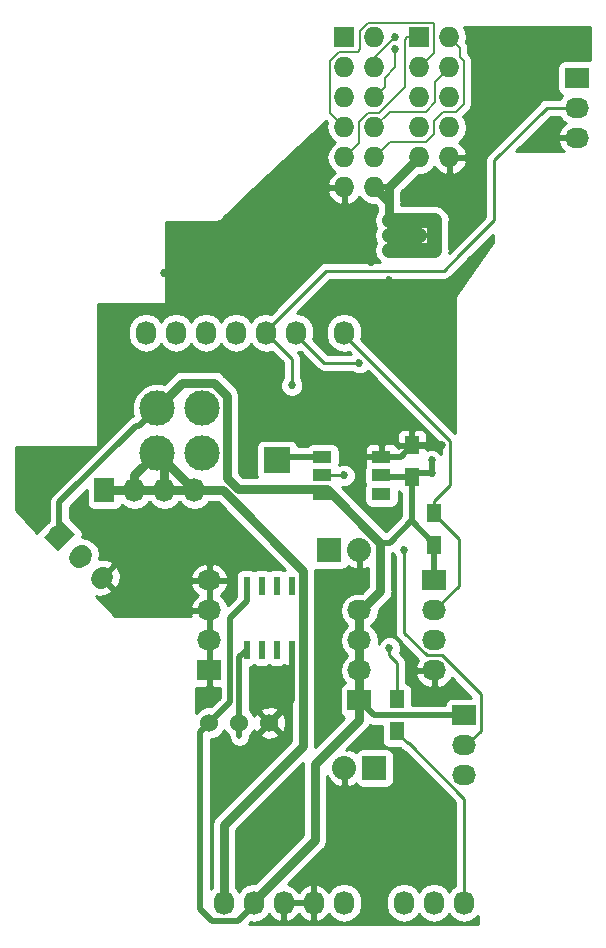
<source format=gtl>
G04 #@! TF.GenerationSoftware,KiCad,Pcbnew,5.0.2+dfsg1-1~bpo9+1*
G04 #@! TF.CreationDate,2019-11-08T02:25:03-05:00*
G04 #@! TF.ProjectId,uno,756e6f2e-6b69-4636-9164-5f7063625858,v1.0*
G04 #@! TF.SameCoordinates,Original*
G04 #@! TF.FileFunction,Copper,L1,Top*
G04 #@! TF.FilePolarity,Positive*
%FSLAX46Y46*%
G04 Gerber Fmt 4.6, Leading zero omitted, Abs format (unit mm)*
G04 Created by KiCad (PCBNEW 5.0.2+dfsg1-1~bpo9+1) date Fri 08 Nov 2019 02:25:03 AM EST*
%MOMM*%
%LPD*%
G01*
G04 APERTURE LIST*
G04 #@! TA.AperFunction,ComponentPad*
%ADD10O,2.032000X1.727200*%
G04 #@! TD*
G04 #@! TA.AperFunction,ComponentPad*
%ADD11R,2.032000X1.727200*%
G04 #@! TD*
G04 #@! TA.AperFunction,ComponentPad*
%ADD12O,1.727200X2.032000*%
G04 #@! TD*
G04 #@! TA.AperFunction,SMDPad,CuDef*
%ADD13R,1.600000X1.000000*%
G04 #@! TD*
G04 #@! TA.AperFunction,ComponentPad*
%ADD14R,1.727200X1.727200*%
G04 #@! TD*
G04 #@! TA.AperFunction,ComponentPad*
%ADD15O,1.727200X1.727200*%
G04 #@! TD*
G04 #@! TA.AperFunction,ComponentPad*
%ADD16C,2.999740*%
G04 #@! TD*
G04 #@! TA.AperFunction,ComponentPad*
%ADD17R,2.235200X2.235200*%
G04 #@! TD*
G04 #@! TA.AperFunction,ComponentPad*
%ADD18C,1.727200*%
G04 #@! TD*
G04 #@! TA.AperFunction,Conductor*
%ADD19C,1.727200*%
G04 #@! TD*
G04 #@! TA.AperFunction,Conductor*
%ADD20C,0.100000*%
G04 #@! TD*
G04 #@! TA.AperFunction,ComponentPad*
%ADD21C,1.524000*%
G04 #@! TD*
G04 #@! TA.AperFunction,SMDPad,CuDef*
%ADD22R,0.600000X1.550000*%
G04 #@! TD*
G04 #@! TA.AperFunction,SMDPad,CuDef*
%ADD23R,1.300000X1.500000*%
G04 #@! TD*
G04 #@! TA.AperFunction,ComponentPad*
%ADD24O,2.032000X2.032000*%
G04 #@! TD*
G04 #@! TA.AperFunction,ComponentPad*
%ADD25R,2.032000X2.032000*%
G04 #@! TD*
G04 #@! TA.AperFunction,ComponentPad*
%ADD26R,1.727200X2.032000*%
G04 #@! TD*
G04 #@! TA.AperFunction,ViaPad*
%ADD27C,0.685800*%
G04 #@! TD*
G04 #@! TA.AperFunction,Conductor*
%ADD28C,0.508000*%
G04 #@! TD*
G04 #@! TA.AperFunction,Conductor*
%ADD29C,0.762000*%
G04 #@! TD*
G04 #@! TA.AperFunction,Conductor*
%ADD30C,1.270000*%
G04 #@! TD*
G04 #@! TA.AperFunction,Conductor*
%ADD31C,0.152400*%
G04 #@! TD*
G04 #@! TA.AperFunction,Conductor*
%ADD32C,0.254000*%
G04 #@! TD*
G04 APERTURE END LIST*
D10*
G04 #@! TO.P,P9,3*
G04 #@! TO.N,GND*
X76200000Y-97790000D03*
G04 #@! TO.P,P9,2*
G04 #@! TO.N,/D8*
X76200000Y-95250000D03*
D11*
G04 #@! TO.P,P9,1*
G04 #@! TO.N,+5V*
X76200000Y-92710000D03*
G04 #@! TD*
D12*
G04 #@! TO.P,U5,3V3*
G04 #@! TO.N,+3V3*
X55829200Y-108585000D03*
G04 #@! TO.P,U5,5V*
G04 #@! TO.N,+5V*
X58369200Y-108585000D03*
G04 #@! TO.P,U5,GND1*
G04 #@! TO.N,GND*
X60909200Y-108585000D03*
G04 #@! TO.P,U5,GND2*
X63449200Y-108585000D03*
G04 #@! TO.P,U5,VIN*
G04 #@! TO.N,VIN*
X65989200Y-108585000D03*
G04 #@! TO.P,U5,A0*
G04 #@! TO.N,/A0*
X71094600Y-108585000D03*
G04 #@! TO.P,U5,A1*
G04 #@! TO.N,/A1*
X73634600Y-108585000D03*
G04 #@! TO.P,U5,A2*
G04 #@! TO.N,/A2*
X76174600Y-108585000D03*
G04 #@! TO.P,U5,D7*
G04 #@! TO.N,/D7*
X66014600Y-60325000D03*
G04 #@! TO.P,U5,D13*
G04 #@! TO.N,/D13*
X49250600Y-60325000D03*
G04 #@! TO.P,U5,D12*
G04 #@! TO.N,/D12*
X51790600Y-60325000D03*
G04 #@! TO.P,U5,D11*
G04 #@! TO.N,/D11*
X54330600Y-60325000D03*
G04 #@! TO.P,U5,D8*
G04 #@! TO.N,/D8*
X61950600Y-60325000D03*
G04 #@! TO.P,U5,D9*
G04 #@! TO.N,/D9*
X59410600Y-60325000D03*
G04 #@! TO.P,U5,D10*
G04 #@! TO.N,/CS*
X56870600Y-60325000D03*
G04 #@! TD*
D10*
G04 #@! TO.P,P1,4*
G04 #@! TO.N,+5V*
X67310000Y-83820000D03*
G04 #@! TO.P,P1,3*
X67310000Y-86360000D03*
G04 #@! TO.P,P1,2*
X67310000Y-88900000D03*
D11*
G04 #@! TO.P,P1,1*
X67310000Y-91440000D03*
G04 #@! TD*
D13*
G04 #@! TO.P,LED1,4*
G04 #@! TO.N,N/C*
X69175000Y-73990000D03*
G04 #@! TO.P,LED1,5*
G04 #@! TO.N,+5V*
X69175000Y-72390000D03*
G04 #@! TO.P,LED1,6*
G04 #@! TO.N,GND*
X69175000Y-70790000D03*
G04 #@! TO.P,LED1,3*
G04 #@! TO.N,+5V*
X64175000Y-73990000D03*
G04 #@! TO.P,LED1,2*
G04 #@! TO.N,Net-(LED1-Pad2)*
X64175000Y-72390000D03*
G04 #@! TO.P,LED1,1*
G04 #@! TO.N,/UNUSED*
X64175000Y-70790000D03*
G04 #@! TD*
D14*
G04 #@! TO.P,P2,1*
G04 #@! TO.N,/CLKOUT*
X72390000Y-35306000D03*
D15*
G04 #@! TO.P,P2,2*
G04 #@! TO.N,/INT*
X74930000Y-35306000D03*
G04 #@! TO.P,P2,3*
G04 #@! TO.N,/WOL*
X72390000Y-37846000D03*
G04 #@! TO.P,P2,4*
G04 #@! TO.N,/D12*
X74930000Y-37846000D03*
G04 #@! TO.P,P2,5*
G04 #@! TO.N,/D11*
X72390000Y-40386000D03*
G04 #@! TO.P,P2,6*
G04 #@! TO.N,/D13*
X74930000Y-40386000D03*
G04 #@! TO.P,P2,7*
G04 #@! TO.N,/CS*
X72390000Y-42926000D03*
G04 #@! TO.P,P2,8*
G04 #@! TO.N,/RST*
X74930000Y-42926000D03*
G04 #@! TO.P,P2,9*
G04 #@! TO.N,/VCC_Branch*
X72390000Y-45466000D03*
G04 #@! TO.P,P2,10*
G04 #@! TO.N,GND*
X74930000Y-45466000D03*
G04 #@! TD*
D16*
G04 #@! TO.P,P3,1*
G04 #@! TO.N,+3V3*
X50165000Y-70485000D03*
G04 #@! TO.P,P3,2*
G04 #@! TO.N,/VCC_Branch*
X53975000Y-70485000D03*
G04 #@! TD*
G04 #@! TO.P,P4,2*
G04 #@! TO.N,/VCC_Branch*
X53975000Y-66675000D03*
G04 #@! TO.P,P4,1*
G04 #@! TO.N,+5V*
X50165000Y-66675000D03*
G04 #@! TD*
D11*
G04 #@! TO.P,P5,1*
G04 #@! TO.N,GND*
X54610000Y-88900000D03*
D10*
G04 #@! TO.P,P5,2*
X54610000Y-86360000D03*
G04 #@! TO.P,P5,3*
X54610000Y-83820000D03*
G04 #@! TO.P,P5,4*
X54610000Y-81280000D03*
G04 #@! TD*
D17*
G04 #@! TO.P,P6,1*
G04 #@! TO.N,/UNUSED*
X60325000Y-71120000D03*
G04 #@! TD*
D14*
G04 #@! TO.P,P7,1*
G04 #@! TO.N,GND*
X66040000Y-35306000D03*
D15*
G04 #@! TO.P,P7,2*
G04 #@! TO.N,/Q3*
X68580000Y-35306000D03*
G04 #@! TO.P,P7,3*
G04 #@! TO.N,/CS*
X66040000Y-37846000D03*
G04 #@! TO.P,P7,4*
G04 #@! TO.N,/RST*
X68580000Y-37846000D03*
G04 #@! TO.P,P7,5*
G04 #@! TO.N,/D11*
X66040000Y-40386000D03*
G04 #@! TO.P,P7,6*
G04 #@! TO.N,/D13*
X68580000Y-40386000D03*
G04 #@! TO.P,P7,7*
G04 #@! TO.N,/WOL*
X66040000Y-42926000D03*
G04 #@! TO.P,P7,8*
G04 #@! TO.N,/D12*
X68580000Y-42926000D03*
G04 #@! TO.P,P7,9*
G04 #@! TO.N,/CLKOUT*
X66040000Y-45466000D03*
G04 #@! TO.P,P7,10*
G04 #@! TO.N,/INT*
X68580000Y-45466000D03*
G04 #@! TO.P,P7,11*
G04 #@! TO.N,GND*
X66040000Y-48006000D03*
G04 #@! TO.P,P7,12*
G04 #@! TO.N,/VCC_Branch*
X68580000Y-48006000D03*
G04 #@! TD*
D18*
G04 #@! TO.P,P8,3*
G04 #@! TO.N,GND*
X45502102Y-81062102D03*
D19*
G04 #@! TD*
G04 #@! TO.N,GND*
G04 #@! TO.C,P8*
X45394339Y-81169865D02*
X45609865Y-80954339D01*
D18*
G04 #@! TO.P,P8,2*
G04 #@! TO.N,/D8*
X43706051Y-79266051D03*
D19*
G04 #@! TD*
G04 #@! TO.N,/D8*
G04 #@! TO.C,P8*
X43598288Y-79373814D02*
X43813814Y-79158288D01*
D18*
G04 #@! TO.P,P8,1*
G04 #@! TO.N,+5V*
X41910000Y-77470000D03*
D20*
G04 #@! TD*
G04 #@! TO.N,+5V*
G04 #@! TO.C,P8*
G36*
X41802237Y-78799078D02*
X40580922Y-77577763D01*
X42017763Y-76140922D01*
X43239078Y-77362237D01*
X41802237Y-78799078D01*
X41802237Y-78799078D01*
G37*
D11*
G04 #@! TO.P,P9,1*
G04 #@! TO.N,+5V*
X85725000Y-38735000D03*
D10*
G04 #@! TO.P,P9,2*
G04 #@! TO.N,/D9*
X85725000Y-41275000D03*
G04 #@! TO.P,P9,3*
G04 #@! TO.N,GND*
X85725000Y-43815000D03*
G04 #@! TD*
D21*
G04 #@! TO.P,P10,2*
G04 #@! TO.N,/A0*
X57150000Y-93345000D03*
G04 #@! TO.P,P10,3*
G04 #@! TO.N,GND*
X59690000Y-93345000D03*
G04 #@! TO.P,P10,1*
G04 #@! TO.N,+5V*
X54610000Y-93345000D03*
G04 #@! TD*
D22*
G04 #@! TO.P,U6,1*
G04 #@! TO.N,/A0*
X57785000Y-87155000D03*
G04 #@! TO.P,U6,2*
G04 #@! TO.N,Net-(U6-Pad2)*
X59055000Y-87155000D03*
G04 #@! TO.P,U6,3*
G04 #@! TO.N,Net-(U6-Pad3)*
X60325000Y-87155000D03*
G04 #@! TO.P,U6,4*
G04 #@! TO.N,GND*
X61595000Y-87155000D03*
G04 #@! TO.P,U6,5*
G04 #@! TO.N,Net-(U6-Pad5)*
X61595000Y-81755000D03*
G04 #@! TO.P,U6,6*
G04 #@! TO.N,Net-(U6-Pad6)*
X60325000Y-81755000D03*
G04 #@! TO.P,U6,7*
G04 #@! TO.N,Net-(U6-Pad7)*
X59055000Y-81755000D03*
G04 #@! TO.P,U6,8*
G04 #@! TO.N,+5V*
X57785000Y-81755000D03*
G04 #@! TD*
D23*
G04 #@! TO.P,C1,2*
G04 #@! TO.N,GND*
X71755000Y-69850000D03*
G04 #@! TO.P,C1,1*
G04 #@! TO.N,+5V*
X71755000Y-72550000D03*
G04 #@! TD*
G04 #@! TO.P,R1,1*
G04 #@! TO.N,/A2*
X70485000Y-94060000D03*
G04 #@! TO.P,R1,2*
G04 #@! TO.N,Net-(LED1-Pad2)*
X70485000Y-91360000D03*
G04 #@! TD*
D24*
G04 #@! TO.P,P11,2*
G04 #@! TO.N,GND*
X66040000Y-97155000D03*
D25*
G04 #@! TO.P,P11,1*
G04 #@! TO.N,/A1*
X68580000Y-97155000D03*
G04 #@! TD*
G04 #@! TO.P,P12,1*
G04 #@! TO.N,/D9*
X64770000Y-78740000D03*
D24*
G04 #@! TO.P,P12,2*
G04 #@! TO.N,GND*
X67310000Y-78740000D03*
G04 #@! TD*
D11*
G04 #@! TO.P,P14,1*
G04 #@! TO.N,+5V*
X73660000Y-81280000D03*
D10*
G04 #@! TO.P,P14,2*
G04 #@! TO.N,/D7*
X73660000Y-83820000D03*
G04 #@! TO.P,P14,3*
G04 #@! TO.N,Net-(P14-Pad3)*
X73660000Y-86360000D03*
G04 #@! TO.P,P14,4*
G04 #@! TO.N,GND*
X73660000Y-88900000D03*
G04 #@! TD*
D23*
G04 #@! TO.P,R2,1*
G04 #@! TO.N,+5V*
X73660000Y-78265000D03*
G04 #@! TO.P,R2,2*
G04 #@! TO.N,/D7*
X73660000Y-75565000D03*
G04 #@! TD*
D26*
G04 #@! TO.P,P15,1*
G04 #@! TO.N,+3V3*
X45720000Y-73660000D03*
D12*
G04 #@! TO.P,P15,2*
X48260000Y-73660000D03*
G04 #@! TO.P,P15,3*
X50800000Y-73660000D03*
G04 #@! TO.P,P15,4*
X53340000Y-73660000D03*
G04 #@! TD*
D27*
G04 #@! TO.N,GND*
X74295000Y-69850000D03*
X63246000Y-51308000D03*
X68326000Y-54356000D03*
X59055000Y-55880000D03*
X50800000Y-55245000D03*
X72390000Y-104140000D03*
X73660000Y-102870000D03*
X74930000Y-101600000D03*
X66040000Y-100330000D03*
X66040000Y-101600000D03*
X66040000Y-102870000D03*
X57150000Y-102870000D03*
X58420000Y-102870000D03*
X59690000Y-102870000D03*
X49530000Y-78105000D03*
X50800000Y-78105000D03*
X52070000Y-78105000D03*
X50800000Y-76835000D03*
X50800000Y-79375000D03*
X50800000Y-80645000D03*
X50800000Y-81915000D03*
X73660000Y-47625000D03*
X73660000Y-48895000D03*
X72390000Y-48895000D03*
X74930000Y-48895000D03*
X74930000Y-47625000D03*
X77470000Y-43180000D03*
X78740000Y-41910000D03*
X80010000Y-40640000D03*
X63500000Y-46990000D03*
X62230000Y-48260000D03*
X60960000Y-49530000D03*
X69215000Y-60960000D03*
X70485000Y-59055000D03*
X68580000Y-57785000D03*
X69850000Y-55880000D03*
X77470000Y-50165000D03*
X77470000Y-47625000D03*
X77470000Y-48895000D03*
G04 #@! TO.N,+5V*
X73444099Y-72174099D03*
X73444099Y-71120000D03*
G04 #@! TO.N,/VCC_Branch*
X69850000Y-50800000D03*
X71120000Y-50800000D03*
X72390000Y-50800000D03*
X73660000Y-50800000D03*
X69850000Y-52070000D03*
X71120000Y-52070000D03*
X72390000Y-52070000D03*
X73660000Y-52070000D03*
X73660000Y-53340000D03*
X72390000Y-53340000D03*
X71120000Y-53340000D03*
X69850000Y-53340000D03*
G04 #@! TO.N,/RST*
X70358000Y-35306000D03*
G04 #@! TO.N,/D13*
X70358000Y-36322000D03*
G04 #@! TO.N,/D8*
X71120000Y-78740000D03*
X67310000Y-62865000D03*
G04 #@! TO.N,/D9*
X61595000Y-64770000D03*
G04 #@! TO.N,Net-(LED1-Pad2)*
X69850000Y-86995000D03*
X66040000Y-72390000D03*
G04 #@! TD*
D28*
G04 #@! TO.N,GND*
X61595000Y-91440000D02*
X61595000Y-87155000D01*
X59690000Y-93345000D02*
X61595000Y-91440000D01*
X70815000Y-70790000D02*
X71755000Y-69850000D01*
X69175000Y-70790000D02*
X70815000Y-70790000D01*
X71755000Y-69850000D02*
X74295000Y-69850000D01*
X74295000Y-69850000D02*
X74295000Y-69850000D01*
X63246000Y-51308000D02*
X65278000Y-51308000D01*
X65278000Y-51308000D02*
X68326000Y-54356000D01*
X68326000Y-54356000D02*
X68326000Y-54356000D01*
X51435000Y-55880000D02*
X50800000Y-55245000D01*
X59055000Y-55880000D02*
X51435000Y-55880000D01*
G04 #@! TO.N,+5V*
X69335000Y-72550000D02*
X69175000Y-72390000D01*
X71755000Y-72550000D02*
X69335000Y-72550000D01*
D29*
X67310000Y-93065600D02*
X67310000Y-91440000D01*
X63546010Y-96829590D02*
X67310000Y-93065600D01*
X63546010Y-103255790D02*
X63546010Y-96829590D01*
X58369200Y-108432600D02*
X63546010Y-103255790D01*
X58369200Y-108585000D02*
X58369200Y-108432600D01*
X67310000Y-91440000D02*
X67310000Y-83820000D01*
X64538483Y-73525001D02*
X57019857Y-73525001D01*
X69088000Y-78074518D02*
X64538483Y-73525001D01*
X67462400Y-83820000D02*
X69088000Y-82194400D01*
X69088000Y-82194400D02*
X69088000Y-78074518D01*
X67310000Y-83820000D02*
X67462400Y-83820000D01*
X51664869Y-65175131D02*
X50165000Y-66675000D01*
X54999739Y-64540129D02*
X52299871Y-64540129D01*
X56109871Y-65650261D02*
X54999739Y-64540129D01*
X56109871Y-72615015D02*
X56109871Y-65650261D01*
X52299871Y-64540129D02*
X51664869Y-65175131D01*
X57019857Y-73525001D02*
X56109871Y-72615015D01*
D28*
X73660000Y-81280000D02*
X73660000Y-78265000D01*
X73660000Y-78165000D02*
X71755000Y-76260000D01*
X71755000Y-73808000D02*
X71755000Y-72550000D01*
X73660000Y-78265000D02*
X73660000Y-78165000D01*
X69088000Y-78074518D02*
X69880482Y-78074518D01*
X69880482Y-78074518D02*
X71755000Y-76200000D01*
X71755000Y-76200000D02*
X71755000Y-73808000D01*
X71755000Y-76260000D02*
X71755000Y-76200000D01*
X41910000Y-76148685D02*
X41910000Y-77470000D01*
X41910000Y-74675998D02*
X41910000Y-76148685D01*
X48411129Y-68174869D02*
X41910000Y-74675998D01*
X48665131Y-68174869D02*
X48411129Y-68174869D01*
X50165000Y-66675000D02*
X48665131Y-68174869D01*
X56997590Y-110109010D02*
X54864010Y-110109010D01*
X58369200Y-108737400D02*
X56997590Y-110109010D01*
X58369200Y-108585000D02*
X58369200Y-108737400D01*
X53848001Y-94106999D02*
X54610000Y-93345000D01*
X53848001Y-109093001D02*
X53848001Y-94106999D01*
X54864010Y-110109010D02*
X53848001Y-109093001D01*
X57785000Y-83038000D02*
X57785000Y-81755000D01*
X56387990Y-84435010D02*
X57785000Y-83038000D01*
X56387990Y-91567010D02*
X56387990Y-84435010D01*
X54610000Y-93345000D02*
X56387990Y-91567010D01*
X68580000Y-92710000D02*
X67310000Y-91440000D01*
X76200000Y-92710000D02*
X68580000Y-92710000D01*
X73444099Y-71120000D02*
X73444099Y-72174099D01*
X72130901Y-72174099D02*
X71755000Y-72550000D01*
X73444099Y-72174099D02*
X72130901Y-72174099D01*
G04 #@! TO.N,/UNUSED*
X60655000Y-70790000D02*
X60325000Y-71120000D01*
X64175000Y-70790000D02*
X60655000Y-70790000D01*
G04 #@! TO.N,/VCC_Branch*
X68580000Y-48006000D02*
X69850000Y-48006000D01*
D29*
X69850000Y-49276000D02*
X68580000Y-48006000D01*
X69850000Y-50800000D02*
X69850000Y-49276000D01*
X69850000Y-48006000D02*
X72390000Y-45466000D01*
X69850000Y-49276000D02*
X69850000Y-48006000D01*
D30*
X69850000Y-50800000D02*
X73660000Y-50800000D01*
X73660000Y-50800000D02*
X73660000Y-53340000D01*
X73660000Y-53340000D02*
X69850000Y-53340000D01*
X69850000Y-52070000D02*
X72390000Y-52070000D01*
D31*
G04 #@! TO.N,/RST*
X68580000Y-37084000D02*
X68580000Y-37846000D01*
X70358000Y-35306000D02*
X68580000Y-37084000D01*
D28*
G04 #@! TO.N,/CS*
X56870600Y-60325000D02*
X56870600Y-60172600D01*
D31*
G04 #@! TO.N,/D13*
X69443599Y-38749227D02*
X70358000Y-37834826D01*
X69443599Y-39522401D02*
X69443599Y-38749227D01*
X68580000Y-40386000D02*
X69443599Y-39522401D01*
X70358000Y-37834826D02*
X70358000Y-36322000D01*
X70358000Y-36322000D02*
X70358000Y-36322000D01*
G04 #@! TO.N,/D12*
X74066401Y-38709599D02*
X74930000Y-37846000D01*
X73736199Y-40806627D02*
X73736199Y-39039801D01*
X72963025Y-41579801D02*
X73736199Y-40806627D01*
X73736199Y-39039801D02*
X74066401Y-38709599D01*
X69926199Y-41579801D02*
X72963025Y-41579801D01*
X68580000Y-42926000D02*
X69926199Y-41579801D01*
G04 #@! TO.N,/WOL*
X73253599Y-36982401D02*
X72390000Y-37846000D01*
X73583801Y-36652199D02*
X73253599Y-36982401D01*
X68006975Y-34112199D02*
X73517761Y-34112199D01*
X67386199Y-34732975D02*
X68006975Y-34112199D01*
X67386199Y-36281363D02*
X67386199Y-34732975D01*
X67167761Y-36499801D02*
X67386199Y-36281363D01*
X73583801Y-34178239D02*
X73583801Y-36652199D01*
X65619373Y-36499801D02*
X67167761Y-36499801D01*
X73517761Y-34112199D02*
X73583801Y-34178239D01*
X64846199Y-37272975D02*
X65619373Y-36499801D01*
X64846199Y-41732199D02*
X64846199Y-37272975D01*
X66040000Y-42926000D02*
X64846199Y-41732199D01*
G04 #@! TO.N,/INT*
X69443599Y-44602401D02*
X68580000Y-45466000D01*
X69926199Y-44119801D02*
X69443599Y-44602401D01*
X73583801Y-42352975D02*
X73583801Y-43499025D01*
X74356975Y-41579801D02*
X73583801Y-42352975D01*
X75503025Y-41579801D02*
X74356975Y-41579801D01*
X72963025Y-44119801D02*
X69926199Y-44119801D01*
X76123801Y-40959025D02*
X75503025Y-41579801D01*
X76123801Y-37272975D02*
X76123801Y-40959025D01*
X73583801Y-43499025D02*
X72963025Y-44119801D01*
X75793599Y-36942773D02*
X76123801Y-37272975D01*
X75793599Y-36169599D02*
X75793599Y-36942773D01*
X74930000Y-35306000D02*
X75793599Y-36169599D01*
G04 #@! TO.N,/CLKOUT*
X66903599Y-44602401D02*
X66040000Y-45466000D01*
X67233801Y-44272199D02*
X66903599Y-44602401D01*
X67233801Y-42505373D02*
X67233801Y-44272199D01*
X68006975Y-41732199D02*
X67233801Y-42505373D01*
X69000627Y-41732199D02*
X68006975Y-41732199D01*
X71196199Y-39536627D02*
X69000627Y-41732199D01*
X71374000Y-35306000D02*
X71196199Y-35483801D01*
X71196199Y-35483801D02*
X71196199Y-39536627D01*
X72390000Y-35306000D02*
X71374000Y-35306000D01*
D28*
G04 #@! TO.N,+3V3*
X55829200Y-108585000D02*
X55829200Y-108432600D01*
D29*
X47345600Y-73660000D02*
X45720000Y-73660000D01*
X55718002Y-73660000D02*
X47345600Y-73660000D01*
X62530001Y-80471999D02*
X55718002Y-73660000D01*
X62530001Y-95280219D02*
X62530001Y-80471999D01*
X55829200Y-101981020D02*
X62530001Y-95280219D01*
X55829200Y-108585000D02*
X55829200Y-101981020D01*
X45720000Y-73660000D02*
X45720000Y-73507600D01*
X53340000Y-73660000D02*
X50165000Y-70485000D01*
X50800000Y-71120000D02*
X50165000Y-70485000D01*
X50800000Y-73660000D02*
X50800000Y-71120000D01*
X48260000Y-72390000D02*
X50165000Y-70485000D01*
X48260000Y-73660000D02*
X48260000Y-72390000D01*
D28*
G04 #@! TO.N,/A0*
X57124600Y-93370400D02*
X57150000Y-93345000D01*
X57150000Y-87790000D02*
X57785000Y-87155000D01*
X57150000Y-93345000D02*
X57150000Y-87790000D01*
X57150000Y-94422630D02*
X57150000Y-93345000D01*
X57150000Y-94488000D02*
X57150000Y-94422630D01*
X71094600Y-108585000D02*
X71094600Y-108432600D01*
G04 #@! TO.N,/A1*
X73634600Y-108585000D02*
X73634600Y-107924600D01*
D32*
G04 #@! TO.N,/A2*
X70485000Y-94160000D02*
X70485000Y-94060000D01*
X71389000Y-95064000D02*
X70485000Y-94160000D01*
X71489000Y-95064000D02*
X71389000Y-95064000D01*
X76174600Y-99749600D02*
X71489000Y-95064000D01*
X76174600Y-108585000D02*
X76174600Y-99749600D01*
G04 #@! TO.N,/D7*
X66014600Y-60172600D02*
X66014600Y-60325000D01*
X73660000Y-75665000D02*
X73660000Y-75565000D01*
X75742790Y-77747790D02*
X73660000Y-75665000D01*
X75742790Y-81737210D02*
X75742790Y-77747790D01*
X73660000Y-83820000D02*
X75742790Y-81737210D01*
X75018901Y-69481701D02*
X66014600Y-60477400D01*
X75018901Y-73202099D02*
X75018901Y-69481701D01*
X66014600Y-60477400D02*
X66014600Y-60325000D01*
X73660000Y-74561000D02*
X75018901Y-73202099D01*
X73660000Y-75565000D02*
X73660000Y-74561000D01*
G04 #@! TO.N,/D8*
X72992066Y-87604610D02*
X71120000Y-85732544D01*
X74277154Y-87604610D02*
X72992066Y-87604610D01*
X76200000Y-95250000D02*
X76352400Y-95250000D01*
X76352400Y-95250000D02*
X77597001Y-94005399D01*
X77597001Y-94005399D02*
X77597001Y-90924457D01*
X77597001Y-90924457D02*
X74277154Y-87604610D01*
X71120000Y-85732544D02*
X71120000Y-78740000D01*
X71120000Y-78740000D02*
X71120000Y-78740000D01*
X61950600Y-60477400D02*
X61950600Y-60325000D01*
X64338200Y-62865000D02*
X61950600Y-60477400D01*
X67310000Y-62865000D02*
X64338200Y-62865000D01*
D28*
G04 #@! TO.N,/D9*
X85725000Y-41275000D02*
X85572600Y-41275000D01*
D32*
X59410600Y-60325000D02*
X59410600Y-60172600D01*
X59410600Y-60172600D02*
X64503299Y-55079901D01*
X64503299Y-55079901D02*
X74448507Y-55079901D01*
X74448507Y-55079901D02*
X75849947Y-53678461D01*
X83173408Y-41275000D02*
X84455000Y-41275000D01*
X84455000Y-41275000D02*
X85725000Y-41275000D01*
X61595000Y-62509400D02*
X59410600Y-60325000D01*
X61595000Y-64770000D02*
X61595000Y-62509400D01*
X75849947Y-53678461D02*
X75861539Y-53678461D01*
X75861539Y-53678461D02*
X78740000Y-50800000D01*
X78740000Y-45708408D02*
X83173408Y-41275000D01*
X78740000Y-50800000D02*
X78740000Y-45708408D01*
G04 #@! TO.N,Net-(LED1-Pad2)*
X70485000Y-91360000D02*
X70485000Y-88265000D01*
X70485000Y-88265000D02*
X69850000Y-87630000D01*
X69850000Y-87630000D02*
X69850000Y-86995000D01*
X69850000Y-86995000D02*
X69850000Y-86995000D01*
X66040000Y-72390000D02*
X64175000Y-72390000D01*
G04 #@! TD*
G04 #@! TO.N,GND*
G36*
X68233130Y-93547419D02*
X68492444Y-93599000D01*
X68492448Y-93599000D01*
X68579999Y-93616415D01*
X68667550Y-93599000D01*
X69187560Y-93599000D01*
X69187560Y-94810000D01*
X69236843Y-95057765D01*
X69377191Y-95267809D01*
X69587235Y-95408157D01*
X69835000Y-95457440D01*
X70704809Y-95457440D01*
X70797117Y-95549748D01*
X70839629Y-95613371D01*
X70903251Y-95655882D01*
X70934319Y-95676641D01*
X71091683Y-95781788D01*
X71138463Y-95791093D01*
X75412601Y-100065232D01*
X75412600Y-107139401D01*
X75094170Y-107352170D01*
X74904600Y-107635881D01*
X74715030Y-107352170D01*
X74219324Y-107020950D01*
X73634600Y-106904641D01*
X73049875Y-107020950D01*
X72554170Y-107352170D01*
X72364600Y-107635881D01*
X72175030Y-107352170D01*
X71679324Y-107020950D01*
X71094600Y-106904641D01*
X70509875Y-107020950D01*
X70014170Y-107352170D01*
X69682950Y-107847876D01*
X69596000Y-108285003D01*
X69596000Y-108884998D01*
X69682950Y-109322125D01*
X70014170Y-109817830D01*
X70509876Y-110149050D01*
X71094600Y-110265359D01*
X71679325Y-110149050D01*
X72175030Y-109817830D01*
X72364600Y-109534119D01*
X72554170Y-109817830D01*
X73049876Y-110149050D01*
X73634600Y-110265359D01*
X74219325Y-110149050D01*
X74715030Y-109817830D01*
X74904600Y-109534119D01*
X75094170Y-109817830D01*
X75589876Y-110149050D01*
X76174600Y-110265359D01*
X76759325Y-110149050D01*
X77255030Y-109817830D01*
X77343000Y-109686173D01*
X77343000Y-110363000D01*
X58000835Y-110363000D01*
X58143392Y-110220443D01*
X58369200Y-110265359D01*
X58953925Y-110149050D01*
X59449630Y-109817830D01*
X59643109Y-109528267D01*
X60007164Y-109935732D01*
X60534409Y-110189709D01*
X60550174Y-110192358D01*
X60782200Y-110071217D01*
X60782200Y-108712000D01*
X61036200Y-108712000D01*
X61036200Y-110071217D01*
X61268226Y-110192358D01*
X61283991Y-110189709D01*
X61811236Y-109935732D01*
X62179200Y-109523892D01*
X62547164Y-109935732D01*
X63074409Y-110189709D01*
X63090174Y-110192358D01*
X63322200Y-110071217D01*
X63322200Y-108712000D01*
X61036200Y-108712000D01*
X60782200Y-108712000D01*
X60762200Y-108712000D01*
X60762200Y-108458000D01*
X60782200Y-108458000D01*
X60782200Y-108438000D01*
X61036200Y-108438000D01*
X61036200Y-108458000D01*
X63322200Y-108458000D01*
X63322200Y-107098783D01*
X63576200Y-107098783D01*
X63576200Y-108458000D01*
X63596200Y-108458000D01*
X63596200Y-108712000D01*
X63576200Y-108712000D01*
X63576200Y-110071217D01*
X63808226Y-110192358D01*
X63823991Y-110189709D01*
X64351236Y-109935732D01*
X64715290Y-109528268D01*
X64908770Y-109817830D01*
X65404476Y-110149050D01*
X65989200Y-110265359D01*
X66573925Y-110149050D01*
X67069630Y-109817830D01*
X67400850Y-109322124D01*
X67487800Y-108884997D01*
X67487800Y-108285002D01*
X67400850Y-107847875D01*
X67069630Y-107352170D01*
X66573924Y-107020950D01*
X65989200Y-106904641D01*
X65404475Y-107020950D01*
X64908770Y-107352170D01*
X64715291Y-107641733D01*
X64351236Y-107234268D01*
X63823991Y-106980291D01*
X63808226Y-106977642D01*
X63576200Y-107098783D01*
X63322200Y-107098783D01*
X63090174Y-106977642D01*
X63074409Y-106980291D01*
X62547164Y-107234268D01*
X62179200Y-107646108D01*
X61811236Y-107234268D01*
X61283991Y-106980291D01*
X61268226Y-106977642D01*
X61253102Y-106985538D01*
X64193674Y-104044967D01*
X64278505Y-103988285D01*
X64503061Y-103652213D01*
X64562010Y-103355855D01*
X64562010Y-103355854D01*
X64581914Y-103255790D01*
X64562010Y-103155727D01*
X64562010Y-97816714D01*
X64702812Y-98123379D01*
X65175182Y-98561385D01*
X65657056Y-98760975D01*
X65913000Y-98641836D01*
X65913000Y-97282000D01*
X65893000Y-97282000D01*
X65893000Y-97028000D01*
X65913000Y-97028000D01*
X65913000Y-97008000D01*
X66167000Y-97008000D01*
X66167000Y-97028000D01*
X66187000Y-97028000D01*
X66187000Y-97282000D01*
X66167000Y-97282000D01*
X66167000Y-98641836D01*
X66422944Y-98760975D01*
X66904818Y-98561385D01*
X67001338Y-98471887D01*
X67106191Y-98628809D01*
X67316235Y-98769157D01*
X67564000Y-98818440D01*
X69596000Y-98818440D01*
X69843765Y-98769157D01*
X70053809Y-98628809D01*
X70194157Y-98418765D01*
X70243440Y-98171000D01*
X70243440Y-96139000D01*
X70194157Y-95891235D01*
X70053809Y-95681191D01*
X69843765Y-95540843D01*
X69596000Y-95491560D01*
X67564000Y-95491560D01*
X67316235Y-95540843D01*
X67106191Y-95681191D01*
X67001338Y-95838113D01*
X66904818Y-95748615D01*
X66422944Y-95549025D01*
X66167002Y-95668163D01*
X66167002Y-95645438D01*
X67957664Y-93854777D01*
X68042495Y-93798095D01*
X68217133Y-93536730D01*
X68233130Y-93547419D01*
X68233130Y-93547419D01*
G37*
X68233130Y-93547419D02*
X68492444Y-93599000D01*
X68492448Y-93599000D01*
X68579999Y-93616415D01*
X68667550Y-93599000D01*
X69187560Y-93599000D01*
X69187560Y-94810000D01*
X69236843Y-95057765D01*
X69377191Y-95267809D01*
X69587235Y-95408157D01*
X69835000Y-95457440D01*
X70704809Y-95457440D01*
X70797117Y-95549748D01*
X70839629Y-95613371D01*
X70903251Y-95655882D01*
X70934319Y-95676641D01*
X71091683Y-95781788D01*
X71138463Y-95791093D01*
X75412601Y-100065232D01*
X75412600Y-107139401D01*
X75094170Y-107352170D01*
X74904600Y-107635881D01*
X74715030Y-107352170D01*
X74219324Y-107020950D01*
X73634600Y-106904641D01*
X73049875Y-107020950D01*
X72554170Y-107352170D01*
X72364600Y-107635881D01*
X72175030Y-107352170D01*
X71679324Y-107020950D01*
X71094600Y-106904641D01*
X70509875Y-107020950D01*
X70014170Y-107352170D01*
X69682950Y-107847876D01*
X69596000Y-108285003D01*
X69596000Y-108884998D01*
X69682950Y-109322125D01*
X70014170Y-109817830D01*
X70509876Y-110149050D01*
X71094600Y-110265359D01*
X71679325Y-110149050D01*
X72175030Y-109817830D01*
X72364600Y-109534119D01*
X72554170Y-109817830D01*
X73049876Y-110149050D01*
X73634600Y-110265359D01*
X74219325Y-110149050D01*
X74715030Y-109817830D01*
X74904600Y-109534119D01*
X75094170Y-109817830D01*
X75589876Y-110149050D01*
X76174600Y-110265359D01*
X76759325Y-110149050D01*
X77255030Y-109817830D01*
X77343000Y-109686173D01*
X77343000Y-110363000D01*
X58000835Y-110363000D01*
X58143392Y-110220443D01*
X58369200Y-110265359D01*
X58953925Y-110149050D01*
X59449630Y-109817830D01*
X59643109Y-109528267D01*
X60007164Y-109935732D01*
X60534409Y-110189709D01*
X60550174Y-110192358D01*
X60782200Y-110071217D01*
X60782200Y-108712000D01*
X61036200Y-108712000D01*
X61036200Y-110071217D01*
X61268226Y-110192358D01*
X61283991Y-110189709D01*
X61811236Y-109935732D01*
X62179200Y-109523892D01*
X62547164Y-109935732D01*
X63074409Y-110189709D01*
X63090174Y-110192358D01*
X63322200Y-110071217D01*
X63322200Y-108712000D01*
X61036200Y-108712000D01*
X60782200Y-108712000D01*
X60762200Y-108712000D01*
X60762200Y-108458000D01*
X60782200Y-108458000D01*
X60782200Y-108438000D01*
X61036200Y-108438000D01*
X61036200Y-108458000D01*
X63322200Y-108458000D01*
X63322200Y-107098783D01*
X63576200Y-107098783D01*
X63576200Y-108458000D01*
X63596200Y-108458000D01*
X63596200Y-108712000D01*
X63576200Y-108712000D01*
X63576200Y-110071217D01*
X63808226Y-110192358D01*
X63823991Y-110189709D01*
X64351236Y-109935732D01*
X64715290Y-109528268D01*
X64908770Y-109817830D01*
X65404476Y-110149050D01*
X65989200Y-110265359D01*
X66573925Y-110149050D01*
X67069630Y-109817830D01*
X67400850Y-109322124D01*
X67487800Y-108884997D01*
X67487800Y-108285002D01*
X67400850Y-107847875D01*
X67069630Y-107352170D01*
X66573924Y-107020950D01*
X65989200Y-106904641D01*
X65404475Y-107020950D01*
X64908770Y-107352170D01*
X64715291Y-107641733D01*
X64351236Y-107234268D01*
X63823991Y-106980291D01*
X63808226Y-106977642D01*
X63576200Y-107098783D01*
X63322200Y-107098783D01*
X63090174Y-106977642D01*
X63074409Y-106980291D01*
X62547164Y-107234268D01*
X62179200Y-107646108D01*
X61811236Y-107234268D01*
X61283991Y-106980291D01*
X61268226Y-106977642D01*
X61253102Y-106985538D01*
X64193674Y-104044967D01*
X64278505Y-103988285D01*
X64503061Y-103652213D01*
X64562010Y-103355855D01*
X64562010Y-103355854D01*
X64581914Y-103255790D01*
X64562010Y-103155727D01*
X64562010Y-97816714D01*
X64702812Y-98123379D01*
X65175182Y-98561385D01*
X65657056Y-98760975D01*
X65913000Y-98641836D01*
X65913000Y-97282000D01*
X65893000Y-97282000D01*
X65893000Y-97028000D01*
X65913000Y-97028000D01*
X65913000Y-97008000D01*
X66167000Y-97008000D01*
X66167000Y-97028000D01*
X66187000Y-97028000D01*
X66187000Y-97282000D01*
X66167000Y-97282000D01*
X66167000Y-98641836D01*
X66422944Y-98760975D01*
X66904818Y-98561385D01*
X67001338Y-98471887D01*
X67106191Y-98628809D01*
X67316235Y-98769157D01*
X67564000Y-98818440D01*
X69596000Y-98818440D01*
X69843765Y-98769157D01*
X70053809Y-98628809D01*
X70194157Y-98418765D01*
X70243440Y-98171000D01*
X70243440Y-96139000D01*
X70194157Y-95891235D01*
X70053809Y-95681191D01*
X69843765Y-95540843D01*
X69596000Y-95491560D01*
X67564000Y-95491560D01*
X67316235Y-95540843D01*
X67106191Y-95681191D01*
X67001338Y-95838113D01*
X66904818Y-95748615D01*
X66422944Y-95549025D01*
X66167002Y-95668163D01*
X66167002Y-95645438D01*
X67957664Y-93854777D01*
X68042495Y-93798095D01*
X68217133Y-93536730D01*
X68233130Y-93547419D01*
G36*
X62510106Y-96829590D02*
X62530011Y-96929658D01*
X62530010Y-102834949D01*
X58445201Y-106919759D01*
X58369200Y-106904641D01*
X57784475Y-107020950D01*
X57288770Y-107352170D01*
X57099200Y-107635881D01*
X56909630Y-107352170D01*
X56845200Y-107309119D01*
X56845200Y-102401860D01*
X62533108Y-96713953D01*
X62510106Y-96829590D01*
X62510106Y-96829590D01*
G37*
X62510106Y-96829590D02*
X62530011Y-96929658D01*
X62530010Y-102834949D01*
X58445201Y-106919759D01*
X58369200Y-106904641D01*
X57784475Y-107020950D01*
X57288770Y-107352170D01*
X57099200Y-107635881D01*
X56909630Y-107352170D01*
X56845200Y-107309119D01*
X56845200Y-102401860D01*
X62533108Y-96713953D01*
X62510106Y-96829590D01*
G36*
X61467998Y-88565000D02*
X61514002Y-88565000D01*
X61514001Y-94859378D01*
X55181538Y-101191842D01*
X55096706Y-101248525D01*
X55040023Y-101333357D01*
X54872150Y-101584597D01*
X54793296Y-101981020D01*
X54813201Y-102081088D01*
X54813200Y-107309119D01*
X54748770Y-107352170D01*
X54737001Y-107369784D01*
X54737001Y-94742000D01*
X54887881Y-94742000D01*
X55401337Y-94529320D01*
X55794320Y-94136337D01*
X55880000Y-93929487D01*
X55965680Y-94136337D01*
X56261000Y-94431657D01*
X56261000Y-94575555D01*
X56312581Y-94834869D01*
X56509067Y-95128933D01*
X56803130Y-95325419D01*
X57150000Y-95394416D01*
X57496869Y-95325419D01*
X57790933Y-95128933D01*
X57987419Y-94834870D01*
X58039000Y-94575556D01*
X58039000Y-94431657D01*
X58145444Y-94325213D01*
X58889392Y-94325213D01*
X58958857Y-94567397D01*
X59482302Y-94754144D01*
X60037368Y-94726362D01*
X60421143Y-94567397D01*
X60490608Y-94325213D01*
X59690000Y-93524605D01*
X58889392Y-94325213D01*
X58145444Y-94325213D01*
X58334320Y-94136337D01*
X58413428Y-93945353D01*
X58467603Y-94076143D01*
X58709787Y-94145608D01*
X59510395Y-93345000D01*
X59869605Y-93345000D01*
X60670213Y-94145608D01*
X60912397Y-94076143D01*
X61099144Y-93552698D01*
X61071362Y-92997632D01*
X60912397Y-92613857D01*
X60670213Y-92544392D01*
X59869605Y-93345000D01*
X59510395Y-93345000D01*
X58709787Y-92544392D01*
X58467603Y-92613857D01*
X58417465Y-92754393D01*
X58334320Y-92553663D01*
X58145444Y-92364787D01*
X58889392Y-92364787D01*
X59690000Y-93165395D01*
X60490608Y-92364787D01*
X60421143Y-92122603D01*
X59897698Y-91935856D01*
X59342632Y-91963638D01*
X58958857Y-92122603D01*
X58889392Y-92364787D01*
X58145444Y-92364787D01*
X58039000Y-92258343D01*
X58039000Y-88577440D01*
X58085000Y-88577440D01*
X58332765Y-88528157D01*
X58420000Y-88469868D01*
X58507235Y-88528157D01*
X58755000Y-88577440D01*
X59355000Y-88577440D01*
X59602765Y-88528157D01*
X59690000Y-88469868D01*
X59777235Y-88528157D01*
X60025000Y-88577440D01*
X60625000Y-88577440D01*
X60872765Y-88528157D01*
X60951972Y-88475232D01*
X61168690Y-88565000D01*
X61309250Y-88565000D01*
X61467998Y-88406252D01*
X61467998Y-88565000D01*
X61467998Y-88565000D01*
G37*
X61467998Y-88565000D02*
X61514002Y-88565000D01*
X61514001Y-94859378D01*
X55181538Y-101191842D01*
X55096706Y-101248525D01*
X55040023Y-101333357D01*
X54872150Y-101584597D01*
X54793296Y-101981020D01*
X54813201Y-102081088D01*
X54813200Y-107309119D01*
X54748770Y-107352170D01*
X54737001Y-107369784D01*
X54737001Y-94742000D01*
X54887881Y-94742000D01*
X55401337Y-94529320D01*
X55794320Y-94136337D01*
X55880000Y-93929487D01*
X55965680Y-94136337D01*
X56261000Y-94431657D01*
X56261000Y-94575555D01*
X56312581Y-94834869D01*
X56509067Y-95128933D01*
X56803130Y-95325419D01*
X57150000Y-95394416D01*
X57496869Y-95325419D01*
X57790933Y-95128933D01*
X57987419Y-94834870D01*
X58039000Y-94575556D01*
X58039000Y-94431657D01*
X58145444Y-94325213D01*
X58889392Y-94325213D01*
X58958857Y-94567397D01*
X59482302Y-94754144D01*
X60037368Y-94726362D01*
X60421143Y-94567397D01*
X60490608Y-94325213D01*
X59690000Y-93524605D01*
X58889392Y-94325213D01*
X58145444Y-94325213D01*
X58334320Y-94136337D01*
X58413428Y-93945353D01*
X58467603Y-94076143D01*
X58709787Y-94145608D01*
X59510395Y-93345000D01*
X59869605Y-93345000D01*
X60670213Y-94145608D01*
X60912397Y-94076143D01*
X61099144Y-93552698D01*
X61071362Y-92997632D01*
X60912397Y-92613857D01*
X60670213Y-92544392D01*
X59869605Y-93345000D01*
X59510395Y-93345000D01*
X58709787Y-92544392D01*
X58467603Y-92613857D01*
X58417465Y-92754393D01*
X58334320Y-92553663D01*
X58145444Y-92364787D01*
X58889392Y-92364787D01*
X59690000Y-93165395D01*
X60490608Y-92364787D01*
X60421143Y-92122603D01*
X59897698Y-91935856D01*
X59342632Y-91963638D01*
X58958857Y-92122603D01*
X58889392Y-92364787D01*
X58145444Y-92364787D01*
X58039000Y-92258343D01*
X58039000Y-88577440D01*
X58085000Y-88577440D01*
X58332765Y-88528157D01*
X58420000Y-88469868D01*
X58507235Y-88528157D01*
X58755000Y-88577440D01*
X59355000Y-88577440D01*
X59602765Y-88528157D01*
X59690000Y-88469868D01*
X59777235Y-88528157D01*
X60025000Y-88577440D01*
X60625000Y-88577440D01*
X60872765Y-88528157D01*
X60951972Y-88475232D01*
X61168690Y-88565000D01*
X61309250Y-88565000D01*
X61467998Y-88406252D01*
X61467998Y-88565000D01*
G36*
X76327000Y-97663000D02*
X76347000Y-97663000D01*
X76347000Y-97917000D01*
X76327000Y-97917000D01*
X76327000Y-97937000D01*
X76073000Y-97937000D01*
X76073000Y-97917000D01*
X76053000Y-97917000D01*
X76053000Y-97663000D01*
X76073000Y-97663000D01*
X76073000Y-97643000D01*
X76327000Y-97643000D01*
X76327000Y-97663000D01*
X76327000Y-97663000D01*
G37*
X76327000Y-97663000D02*
X76347000Y-97663000D01*
X76347000Y-97917000D01*
X76327000Y-97917000D01*
X76327000Y-97937000D01*
X76073000Y-97937000D01*
X76073000Y-97917000D01*
X76053000Y-97917000D01*
X76053000Y-97663000D01*
X76073000Y-97663000D01*
X76073000Y-97643000D01*
X76327000Y-97643000D01*
X76327000Y-97663000D01*
G36*
X67437000Y-78613000D02*
X67457000Y-78613000D01*
X67457000Y-78867000D01*
X67437000Y-78867000D01*
X67437000Y-80226836D01*
X67692944Y-80345975D01*
X68072000Y-80188972D01*
X68072000Y-81773559D01*
X67524160Y-82321400D01*
X67010002Y-82321400D01*
X66572875Y-82408350D01*
X66077170Y-82739570D01*
X65745950Y-83235275D01*
X65629641Y-83820000D01*
X65745950Y-84404725D01*
X66077170Y-84900430D01*
X66294001Y-85045312D01*
X66294001Y-85134688D01*
X66077170Y-85279570D01*
X65745950Y-85775275D01*
X65629641Y-86360000D01*
X65745950Y-86944725D01*
X66077170Y-87440430D01*
X66294001Y-87585312D01*
X66294000Y-87674688D01*
X66077170Y-87819570D01*
X65745950Y-88315275D01*
X65629641Y-88900000D01*
X65745950Y-89484725D01*
X66072251Y-89973068D01*
X66046235Y-89978243D01*
X65836191Y-90118591D01*
X65695843Y-90328635D01*
X65646560Y-90576400D01*
X65646560Y-92303600D01*
X65695843Y-92551365D01*
X65836191Y-92761409D01*
X66040700Y-92898059D01*
X63542903Y-95395856D01*
X63546001Y-95380284D01*
X63546001Y-95380283D01*
X63565905Y-95280219D01*
X63546001Y-95180155D01*
X63546001Y-80572062D01*
X63565905Y-80471998D01*
X63543957Y-80361660D01*
X63754000Y-80403440D01*
X65786000Y-80403440D01*
X66033765Y-80354157D01*
X66243809Y-80213809D01*
X66348662Y-80056887D01*
X66445182Y-80146385D01*
X66927056Y-80345975D01*
X67183000Y-80226836D01*
X67183000Y-78867000D01*
X67163000Y-78867000D01*
X67163000Y-78613000D01*
X67183000Y-78613000D01*
X67183000Y-78593000D01*
X67437000Y-78593000D01*
X67437000Y-78613000D01*
X67437000Y-78613000D01*
G37*
X67437000Y-78613000D02*
X67457000Y-78613000D01*
X67457000Y-78867000D01*
X67437000Y-78867000D01*
X67437000Y-80226836D01*
X67692944Y-80345975D01*
X68072000Y-80188972D01*
X68072000Y-81773559D01*
X67524160Y-82321400D01*
X67010002Y-82321400D01*
X66572875Y-82408350D01*
X66077170Y-82739570D01*
X65745950Y-83235275D01*
X65629641Y-83820000D01*
X65745950Y-84404725D01*
X66077170Y-84900430D01*
X66294001Y-85045312D01*
X66294001Y-85134688D01*
X66077170Y-85279570D01*
X65745950Y-85775275D01*
X65629641Y-86360000D01*
X65745950Y-86944725D01*
X66077170Y-87440430D01*
X66294001Y-87585312D01*
X66294000Y-87674688D01*
X66077170Y-87819570D01*
X65745950Y-88315275D01*
X65629641Y-88900000D01*
X65745950Y-89484725D01*
X66072251Y-89973068D01*
X66046235Y-89978243D01*
X65836191Y-90118591D01*
X65695843Y-90328635D01*
X65646560Y-90576400D01*
X65646560Y-92303600D01*
X65695843Y-92551365D01*
X65836191Y-92761409D01*
X66040700Y-92898059D01*
X63542903Y-95395856D01*
X63546001Y-95380284D01*
X63546001Y-95380283D01*
X63565905Y-95280219D01*
X63546001Y-95180155D01*
X63546001Y-80572062D01*
X63565905Y-80471998D01*
X63543957Y-80361660D01*
X63754000Y-80403440D01*
X65786000Y-80403440D01*
X66033765Y-80354157D01*
X66243809Y-80213809D01*
X66348662Y-80056887D01*
X66445182Y-80146385D01*
X66927056Y-80345975D01*
X67183000Y-80226836D01*
X67183000Y-78867000D01*
X67163000Y-78867000D01*
X67163000Y-78613000D01*
X67183000Y-78613000D01*
X67183000Y-78593000D01*
X67437000Y-78593000D01*
X67437000Y-78613000D01*
G36*
X44208960Y-74676000D02*
X44258243Y-74923765D01*
X44398591Y-75133809D01*
X44608635Y-75274157D01*
X44856400Y-75323440D01*
X46583600Y-75323440D01*
X46831365Y-75274157D01*
X47041409Y-75133809D01*
X47181757Y-74923765D01*
X47186932Y-74897749D01*
X47675276Y-75224050D01*
X48260000Y-75340359D01*
X48844725Y-75224050D01*
X49340430Y-74892830D01*
X49485311Y-74676000D01*
X49574689Y-74676000D01*
X49719570Y-74892830D01*
X50215276Y-75224050D01*
X50800000Y-75340359D01*
X51384725Y-75224050D01*
X51880430Y-74892830D01*
X52025311Y-74676000D01*
X52114689Y-74676000D01*
X52259570Y-74892830D01*
X52755276Y-75224050D01*
X53340000Y-75340359D01*
X53924725Y-75224050D01*
X54420430Y-74892830D01*
X54565311Y-74676000D01*
X55297162Y-74676000D01*
X61020721Y-80399559D01*
X60960000Y-80440132D01*
X60872765Y-80381843D01*
X60625000Y-80332560D01*
X60025000Y-80332560D01*
X59777235Y-80381843D01*
X59690000Y-80440132D01*
X59602765Y-80381843D01*
X59355000Y-80332560D01*
X58755000Y-80332560D01*
X58507235Y-80381843D01*
X58420000Y-80440132D01*
X58332765Y-80381843D01*
X58085000Y-80332560D01*
X57485000Y-80332560D01*
X57237235Y-80381843D01*
X57027191Y-80522191D01*
X56886843Y-80732235D01*
X56837560Y-80980000D01*
X56837560Y-82530000D01*
X56870444Y-82695320D01*
X56184100Y-83381665D01*
X55960732Y-82917964D01*
X55548892Y-82550000D01*
X55960732Y-82182036D01*
X56214709Y-81654791D01*
X56217358Y-81639026D01*
X56096217Y-81407000D01*
X54737000Y-81407000D01*
X54737000Y-83693000D01*
X54757000Y-83693000D01*
X54757000Y-83947000D01*
X54737000Y-83947000D01*
X54737000Y-86233000D01*
X54757000Y-86233000D01*
X54757000Y-86487000D01*
X54737000Y-86487000D01*
X54737000Y-88773000D01*
X54757000Y-88773000D01*
X54757000Y-89027000D01*
X54737000Y-89027000D01*
X54737000Y-90239850D01*
X54895750Y-90398600D01*
X55498990Y-90398600D01*
X55498990Y-91198774D01*
X54749765Y-91948000D01*
X54332119Y-91948000D01*
X53818663Y-92160680D01*
X53467000Y-92512343D01*
X53467000Y-90398314D01*
X53467691Y-90398600D01*
X54324250Y-90398600D01*
X54483000Y-90239850D01*
X54483000Y-89027000D01*
X54463000Y-89027000D01*
X54463000Y-88773000D01*
X54483000Y-88773000D01*
X54483000Y-86487000D01*
X54463000Y-86487000D01*
X54463000Y-86233000D01*
X54483000Y-86233000D01*
X54483000Y-83947000D01*
X53123783Y-83947000D01*
X53002642Y-84179026D01*
X53005291Y-84194791D01*
X53069458Y-84328000D01*
X46616641Y-84328000D01*
X44992397Y-82587739D01*
X45184826Y-82655050D01*
X45769130Y-82622173D01*
X46296375Y-82368197D01*
X46360476Y-82100081D01*
X45502102Y-81241707D01*
X45487960Y-81255850D01*
X45308355Y-81076245D01*
X45322497Y-81062102D01*
X45681707Y-81062102D01*
X46540081Y-81920476D01*
X46808197Y-81856375D01*
X46912894Y-81639026D01*
X53002642Y-81639026D01*
X53005291Y-81654791D01*
X53259268Y-82182036D01*
X53671108Y-82550000D01*
X53259268Y-82917964D01*
X53005291Y-83445209D01*
X53002642Y-83460974D01*
X53123783Y-83693000D01*
X54483000Y-83693000D01*
X54483000Y-81407000D01*
X53123783Y-81407000D01*
X53002642Y-81639026D01*
X46912894Y-81639026D01*
X47062173Y-81329130D01*
X47085138Y-80920974D01*
X53002642Y-80920974D01*
X53123783Y-81153000D01*
X54483000Y-81153000D01*
X54483000Y-79939076D01*
X54737000Y-79939076D01*
X54737000Y-81153000D01*
X56096217Y-81153000D01*
X56217358Y-80920974D01*
X56214709Y-80905209D01*
X55960732Y-80377964D01*
X55524320Y-79988046D01*
X54971913Y-79794816D01*
X54737000Y-79939076D01*
X54483000Y-79939076D01*
X54248087Y-79794816D01*
X53695680Y-79988046D01*
X53259268Y-80377964D01*
X53005291Y-80905209D01*
X53002642Y-80920974D01*
X47085138Y-80920974D01*
X47095050Y-80744826D01*
X46901820Y-80192419D01*
X46892545Y-80179398D01*
X46642819Y-80100990D01*
X45681707Y-81062102D01*
X45322497Y-81062102D01*
X45308355Y-81047960D01*
X45487960Y-80868355D01*
X45502102Y-80882497D01*
X46463214Y-79921385D01*
X46384806Y-79671659D01*
X46371785Y-79662384D01*
X45819378Y-79469154D01*
X45273832Y-79499850D01*
X45341772Y-79158288D01*
X45225464Y-78573564D01*
X44894244Y-78077858D01*
X44398538Y-77746638D01*
X43822498Y-77632057D01*
X43837235Y-77610002D01*
X43886518Y-77362237D01*
X43837235Y-77114472D01*
X43696887Y-76904428D01*
X42799000Y-76006541D01*
X42799000Y-75044233D01*
X44208960Y-73634273D01*
X44208960Y-74676000D01*
X44208960Y-74676000D01*
G37*
X44208960Y-74676000D02*
X44258243Y-74923765D01*
X44398591Y-75133809D01*
X44608635Y-75274157D01*
X44856400Y-75323440D01*
X46583600Y-75323440D01*
X46831365Y-75274157D01*
X47041409Y-75133809D01*
X47181757Y-74923765D01*
X47186932Y-74897749D01*
X47675276Y-75224050D01*
X48260000Y-75340359D01*
X48844725Y-75224050D01*
X49340430Y-74892830D01*
X49485311Y-74676000D01*
X49574689Y-74676000D01*
X49719570Y-74892830D01*
X50215276Y-75224050D01*
X50800000Y-75340359D01*
X51384725Y-75224050D01*
X51880430Y-74892830D01*
X52025311Y-74676000D01*
X52114689Y-74676000D01*
X52259570Y-74892830D01*
X52755276Y-75224050D01*
X53340000Y-75340359D01*
X53924725Y-75224050D01*
X54420430Y-74892830D01*
X54565311Y-74676000D01*
X55297162Y-74676000D01*
X61020721Y-80399559D01*
X60960000Y-80440132D01*
X60872765Y-80381843D01*
X60625000Y-80332560D01*
X60025000Y-80332560D01*
X59777235Y-80381843D01*
X59690000Y-80440132D01*
X59602765Y-80381843D01*
X59355000Y-80332560D01*
X58755000Y-80332560D01*
X58507235Y-80381843D01*
X58420000Y-80440132D01*
X58332765Y-80381843D01*
X58085000Y-80332560D01*
X57485000Y-80332560D01*
X57237235Y-80381843D01*
X57027191Y-80522191D01*
X56886843Y-80732235D01*
X56837560Y-80980000D01*
X56837560Y-82530000D01*
X56870444Y-82695320D01*
X56184100Y-83381665D01*
X55960732Y-82917964D01*
X55548892Y-82550000D01*
X55960732Y-82182036D01*
X56214709Y-81654791D01*
X56217358Y-81639026D01*
X56096217Y-81407000D01*
X54737000Y-81407000D01*
X54737000Y-83693000D01*
X54757000Y-83693000D01*
X54757000Y-83947000D01*
X54737000Y-83947000D01*
X54737000Y-86233000D01*
X54757000Y-86233000D01*
X54757000Y-86487000D01*
X54737000Y-86487000D01*
X54737000Y-88773000D01*
X54757000Y-88773000D01*
X54757000Y-89027000D01*
X54737000Y-89027000D01*
X54737000Y-90239850D01*
X54895750Y-90398600D01*
X55498990Y-90398600D01*
X55498990Y-91198774D01*
X54749765Y-91948000D01*
X54332119Y-91948000D01*
X53818663Y-92160680D01*
X53467000Y-92512343D01*
X53467000Y-90398314D01*
X53467691Y-90398600D01*
X54324250Y-90398600D01*
X54483000Y-90239850D01*
X54483000Y-89027000D01*
X54463000Y-89027000D01*
X54463000Y-88773000D01*
X54483000Y-88773000D01*
X54483000Y-86487000D01*
X54463000Y-86487000D01*
X54463000Y-86233000D01*
X54483000Y-86233000D01*
X54483000Y-83947000D01*
X53123783Y-83947000D01*
X53002642Y-84179026D01*
X53005291Y-84194791D01*
X53069458Y-84328000D01*
X46616641Y-84328000D01*
X44992397Y-82587739D01*
X45184826Y-82655050D01*
X45769130Y-82622173D01*
X46296375Y-82368197D01*
X46360476Y-82100081D01*
X45502102Y-81241707D01*
X45487960Y-81255850D01*
X45308355Y-81076245D01*
X45322497Y-81062102D01*
X45681707Y-81062102D01*
X46540081Y-81920476D01*
X46808197Y-81856375D01*
X46912894Y-81639026D01*
X53002642Y-81639026D01*
X53005291Y-81654791D01*
X53259268Y-82182036D01*
X53671108Y-82550000D01*
X53259268Y-82917964D01*
X53005291Y-83445209D01*
X53002642Y-83460974D01*
X53123783Y-83693000D01*
X54483000Y-83693000D01*
X54483000Y-81407000D01*
X53123783Y-81407000D01*
X53002642Y-81639026D01*
X46912894Y-81639026D01*
X47062173Y-81329130D01*
X47085138Y-80920974D01*
X53002642Y-80920974D01*
X53123783Y-81153000D01*
X54483000Y-81153000D01*
X54483000Y-79939076D01*
X54737000Y-79939076D01*
X54737000Y-81153000D01*
X56096217Y-81153000D01*
X56217358Y-80920974D01*
X56214709Y-80905209D01*
X55960732Y-80377964D01*
X55524320Y-79988046D01*
X54971913Y-79794816D01*
X54737000Y-79939076D01*
X54483000Y-79939076D01*
X54248087Y-79794816D01*
X53695680Y-79988046D01*
X53259268Y-80377964D01*
X53005291Y-80905209D01*
X53002642Y-80920974D01*
X47085138Y-80920974D01*
X47095050Y-80744826D01*
X46901820Y-80192419D01*
X46892545Y-80179398D01*
X46642819Y-80100990D01*
X45681707Y-81062102D01*
X45322497Y-81062102D01*
X45308355Y-81047960D01*
X45487960Y-80868355D01*
X45502102Y-80882497D01*
X46463214Y-79921385D01*
X46384806Y-79671659D01*
X46371785Y-79662384D01*
X45819378Y-79469154D01*
X45273832Y-79499850D01*
X45341772Y-79158288D01*
X45225464Y-78573564D01*
X44894244Y-78077858D01*
X44398538Y-77746638D01*
X43822498Y-77632057D01*
X43837235Y-77610002D01*
X43886518Y-77362237D01*
X43837235Y-77114472D01*
X43696887Y-76904428D01*
X42799000Y-76006541D01*
X42799000Y-75044233D01*
X44208960Y-73634273D01*
X44208960Y-74676000D01*
G36*
X70142100Y-78934516D02*
X70290977Y-79293936D01*
X70358001Y-79360960D01*
X70358000Y-85657501D01*
X70343073Y-85732544D01*
X70358000Y-85807587D01*
X70358000Y-85807591D01*
X70402212Y-86029860D01*
X70570629Y-86281915D01*
X70634253Y-86324427D01*
X72308787Y-87998962D01*
X72055291Y-88525209D01*
X72052642Y-88540974D01*
X72173783Y-88773000D01*
X73533000Y-88773000D01*
X73533000Y-88753000D01*
X73787000Y-88753000D01*
X73787000Y-88773000D01*
X73807000Y-88773000D01*
X73807000Y-89027000D01*
X73787000Y-89027000D01*
X73787000Y-90240924D01*
X74021913Y-90385184D01*
X74574320Y-90191954D01*
X75010732Y-89802036D01*
X75136292Y-89541379D01*
X76793873Y-91198960D01*
X75184000Y-91198960D01*
X74936235Y-91248243D01*
X74726191Y-91388591D01*
X74585843Y-91598635D01*
X74541612Y-91821000D01*
X71782440Y-91821000D01*
X71782440Y-90610000D01*
X71733157Y-90362235D01*
X71592809Y-90152191D01*
X71382765Y-90011843D01*
X71247000Y-89984838D01*
X71247000Y-89259026D01*
X72052642Y-89259026D01*
X72055291Y-89274791D01*
X72309268Y-89802036D01*
X72745680Y-90191954D01*
X73298087Y-90385184D01*
X73533000Y-90240924D01*
X73533000Y-89027000D01*
X72173783Y-89027000D01*
X72052642Y-89259026D01*
X71247000Y-89259026D01*
X71247000Y-88340047D01*
X71261928Y-88265000D01*
X71239845Y-88153981D01*
X71202788Y-87967683D01*
X71034371Y-87715629D01*
X70970749Y-87673118D01*
X70728095Y-87430465D01*
X70827900Y-87189516D01*
X70827900Y-86800484D01*
X70679023Y-86441064D01*
X70403936Y-86165977D01*
X70044516Y-86017100D01*
X69655484Y-86017100D01*
X69296064Y-86165977D01*
X69020977Y-86441064D01*
X68931050Y-86658166D01*
X68990359Y-86360000D01*
X68874050Y-85775275D01*
X68542830Y-85279570D01*
X68326000Y-85134689D01*
X68326000Y-85045311D01*
X68542830Y-84900430D01*
X68874050Y-84404725D01*
X68990359Y-83820000D01*
X68975241Y-83743999D01*
X69735664Y-82983577D01*
X69820495Y-82926895D01*
X70045051Y-82590823D01*
X70104000Y-82294465D01*
X70104000Y-82294464D01*
X70123904Y-82194400D01*
X70104000Y-82094336D01*
X70104000Y-78936473D01*
X70142100Y-78928895D01*
X70142100Y-78934516D01*
X70142100Y-78934516D01*
G37*
X70142100Y-78934516D02*
X70290977Y-79293936D01*
X70358001Y-79360960D01*
X70358000Y-85657501D01*
X70343073Y-85732544D01*
X70358000Y-85807587D01*
X70358000Y-85807591D01*
X70402212Y-86029860D01*
X70570629Y-86281915D01*
X70634253Y-86324427D01*
X72308787Y-87998962D01*
X72055291Y-88525209D01*
X72052642Y-88540974D01*
X72173783Y-88773000D01*
X73533000Y-88773000D01*
X73533000Y-88753000D01*
X73787000Y-88753000D01*
X73787000Y-88773000D01*
X73807000Y-88773000D01*
X73807000Y-89027000D01*
X73787000Y-89027000D01*
X73787000Y-90240924D01*
X74021913Y-90385184D01*
X74574320Y-90191954D01*
X75010732Y-89802036D01*
X75136292Y-89541379D01*
X76793873Y-91198960D01*
X75184000Y-91198960D01*
X74936235Y-91248243D01*
X74726191Y-91388591D01*
X74585843Y-91598635D01*
X74541612Y-91821000D01*
X71782440Y-91821000D01*
X71782440Y-90610000D01*
X71733157Y-90362235D01*
X71592809Y-90152191D01*
X71382765Y-90011843D01*
X71247000Y-89984838D01*
X71247000Y-89259026D01*
X72052642Y-89259026D01*
X72055291Y-89274791D01*
X72309268Y-89802036D01*
X72745680Y-90191954D01*
X73298087Y-90385184D01*
X73533000Y-90240924D01*
X73533000Y-89027000D01*
X72173783Y-89027000D01*
X72052642Y-89259026D01*
X71247000Y-89259026D01*
X71247000Y-88340047D01*
X71261928Y-88265000D01*
X71239845Y-88153981D01*
X71202788Y-87967683D01*
X71034371Y-87715629D01*
X70970749Y-87673118D01*
X70728095Y-87430465D01*
X70827900Y-87189516D01*
X70827900Y-86800484D01*
X70679023Y-86441064D01*
X70403936Y-86165977D01*
X70044516Y-86017100D01*
X69655484Y-86017100D01*
X69296064Y-86165977D01*
X69020977Y-86441064D01*
X68931050Y-86658166D01*
X68990359Y-86360000D01*
X68874050Y-85775275D01*
X68542830Y-85279570D01*
X68326000Y-85134689D01*
X68326000Y-85045311D01*
X68542830Y-84900430D01*
X68874050Y-84404725D01*
X68990359Y-83820000D01*
X68975241Y-83743999D01*
X69735664Y-82983577D01*
X69820495Y-82926895D01*
X70045051Y-82590823D01*
X70104000Y-82294465D01*
X70104000Y-82294464D01*
X70123904Y-82194400D01*
X70104000Y-82094336D01*
X70104000Y-78936473D01*
X70142100Y-78928895D01*
X70142100Y-78934516D01*
G36*
X61514002Y-87302000D02*
X61468000Y-87302000D01*
X61468000Y-87282000D01*
X61448000Y-87282000D01*
X61448000Y-87028000D01*
X61468000Y-87028000D01*
X61468000Y-87008000D01*
X61514002Y-87008000D01*
X61514002Y-87302000D01*
X61514002Y-87302000D01*
G37*
X61514002Y-87302000D02*
X61468000Y-87302000D01*
X61468000Y-87282000D01*
X61448000Y-87282000D01*
X61448000Y-87028000D01*
X61468000Y-87028000D01*
X61468000Y-87008000D01*
X61514002Y-87008000D01*
X61514002Y-87302000D01*
G36*
X64598675Y-42490463D02*
X64512041Y-42926000D01*
X64628350Y-43510725D01*
X64959570Y-44006430D01*
X65243281Y-44196000D01*
X64959570Y-44385570D01*
X64628350Y-44881275D01*
X64512041Y-45466000D01*
X64628350Y-46050725D01*
X64959570Y-46546430D01*
X65261021Y-46747854D01*
X65151510Y-46799179D01*
X64757312Y-47231053D01*
X64585042Y-47646974D01*
X64706183Y-47879000D01*
X65913000Y-47879000D01*
X65913000Y-47859000D01*
X66167000Y-47859000D01*
X66167000Y-47879000D01*
X66187000Y-47879000D01*
X66187000Y-48133000D01*
X66167000Y-48133000D01*
X66167000Y-49340469D01*
X66399027Y-49460968D01*
X66928490Y-49212821D01*
X67306963Y-48798174D01*
X67499570Y-49086430D01*
X67995275Y-49417650D01*
X68432402Y-49504600D01*
X68641759Y-49504600D01*
X68834001Y-49696841D01*
X68834001Y-50034613D01*
X68653687Y-50304471D01*
X68555120Y-50800000D01*
X68653687Y-51295529D01*
X68746879Y-51435000D01*
X68653687Y-51574471D01*
X68555120Y-52070000D01*
X68653687Y-52565529D01*
X68746879Y-52705000D01*
X68653687Y-52844471D01*
X68555120Y-53340000D01*
X68653687Y-53835529D01*
X68934382Y-54255618D01*
X69027595Y-54317901D01*
X64578342Y-54317901D01*
X64503299Y-54302974D01*
X64428256Y-54317901D01*
X64428251Y-54317901D01*
X64205982Y-54362113D01*
X63953928Y-54530530D01*
X63911417Y-54594152D01*
X59786214Y-58719355D01*
X59410600Y-58644641D01*
X58825875Y-58760950D01*
X58330170Y-59092170D01*
X58140600Y-59375881D01*
X57951030Y-59092170D01*
X57455324Y-58760950D01*
X56870600Y-58644641D01*
X56285875Y-58760950D01*
X55790170Y-59092170D01*
X55600600Y-59375881D01*
X55411030Y-59092170D01*
X54915324Y-58760950D01*
X54330600Y-58644641D01*
X53745875Y-58760950D01*
X53250170Y-59092170D01*
X53060600Y-59375881D01*
X52871030Y-59092170D01*
X52375324Y-58760950D01*
X51790600Y-58644641D01*
X51205875Y-58760950D01*
X50710170Y-59092170D01*
X50520600Y-59375881D01*
X50331030Y-59092170D01*
X49835324Y-58760950D01*
X49250600Y-58644641D01*
X48665875Y-58760950D01*
X48170170Y-59092170D01*
X47838950Y-59587876D01*
X47752000Y-60025003D01*
X47752000Y-60624998D01*
X47838950Y-61062125D01*
X48170170Y-61557830D01*
X48665876Y-61889050D01*
X49250600Y-62005359D01*
X49835325Y-61889050D01*
X50331030Y-61557830D01*
X50520600Y-61274119D01*
X50710170Y-61557830D01*
X51205876Y-61889050D01*
X51790600Y-62005359D01*
X52375325Y-61889050D01*
X52871030Y-61557830D01*
X53060600Y-61274119D01*
X53250170Y-61557830D01*
X53745876Y-61889050D01*
X54330600Y-62005359D01*
X54915325Y-61889050D01*
X55411030Y-61557830D01*
X55600600Y-61274119D01*
X55790170Y-61557830D01*
X56285876Y-61889050D01*
X56870600Y-62005359D01*
X57455325Y-61889050D01*
X57951030Y-61557830D01*
X58140600Y-61274119D01*
X58330170Y-61557830D01*
X58825876Y-61889050D01*
X59410600Y-62005359D01*
X59913329Y-61905360D01*
X60833001Y-62825032D01*
X60833000Y-64149041D01*
X60765977Y-64216064D01*
X60617100Y-64575484D01*
X60617100Y-64964516D01*
X60765977Y-65323936D01*
X61041064Y-65599023D01*
X61400484Y-65747900D01*
X61789516Y-65747900D01*
X62148936Y-65599023D01*
X62424023Y-65323936D01*
X62572900Y-64964516D01*
X62572900Y-64575484D01*
X62424023Y-64216064D01*
X62357000Y-64149041D01*
X62357000Y-62584442D01*
X62371927Y-62509399D01*
X62357000Y-62434356D01*
X62357000Y-62434352D01*
X62312788Y-62212083D01*
X62148374Y-61966019D01*
X62326214Y-61930645D01*
X63746318Y-63350749D01*
X63788829Y-63414371D01*
X63852451Y-63456882D01*
X64040881Y-63582787D01*
X64040882Y-63582787D01*
X64040883Y-63582788D01*
X64263152Y-63627000D01*
X64263156Y-63627000D01*
X64338199Y-63641927D01*
X64413242Y-63627000D01*
X66689041Y-63627000D01*
X66756064Y-63694023D01*
X67115484Y-63842900D01*
X67504516Y-63842900D01*
X67863936Y-63694023D01*
X68008764Y-63549195D01*
X74256902Y-69797333D01*
X74256902Y-70549844D01*
X73998035Y-70290977D01*
X73638615Y-70142100D01*
X73249583Y-70142100D01*
X73040000Y-70228912D01*
X73040000Y-70135750D01*
X72881250Y-69977000D01*
X71882000Y-69977000D01*
X71882000Y-69997000D01*
X71628000Y-69997000D01*
X71628000Y-69977000D01*
X70628750Y-69977000D01*
X70560811Y-70044939D01*
X70513327Y-69930301D01*
X70334698Y-69751673D01*
X70101309Y-69655000D01*
X69460750Y-69655000D01*
X69302000Y-69813750D01*
X69302000Y-70663000D01*
X69322000Y-70663000D01*
X69322000Y-70917000D01*
X69302000Y-70917000D01*
X69302000Y-70937000D01*
X69048000Y-70937000D01*
X69048000Y-70917000D01*
X67898750Y-70917000D01*
X67740000Y-71075750D01*
X67740000Y-71416310D01*
X67811869Y-71589816D01*
X67776843Y-71642235D01*
X67727560Y-71890000D01*
X67727560Y-72890000D01*
X67776843Y-73137765D01*
X67811746Y-73190000D01*
X67776843Y-73242235D01*
X67727560Y-73490000D01*
X67727560Y-74490000D01*
X67776843Y-74737765D01*
X67917191Y-74947809D01*
X68127235Y-75088157D01*
X68375000Y-75137440D01*
X69975000Y-75137440D01*
X70222765Y-75088157D01*
X70432809Y-74947809D01*
X70573157Y-74737765D01*
X70622440Y-74490000D01*
X70622440Y-73720767D01*
X70647191Y-73757809D01*
X70857235Y-73898157D01*
X70866001Y-73899901D01*
X70866000Y-75831764D01*
X69574044Y-77123721D01*
X65798945Y-73348623D01*
X65845484Y-73367900D01*
X66234516Y-73367900D01*
X66593936Y-73219023D01*
X66869023Y-72943936D01*
X67017900Y-72584516D01*
X67017900Y-72195484D01*
X66869023Y-71836064D01*
X66593936Y-71560977D01*
X66234516Y-71412100D01*
X65845484Y-71412100D01*
X65575945Y-71523747D01*
X65622440Y-71290000D01*
X65622440Y-70290000D01*
X65597316Y-70163690D01*
X67740000Y-70163690D01*
X67740000Y-70504250D01*
X67898750Y-70663000D01*
X69048000Y-70663000D01*
X69048000Y-69813750D01*
X68889250Y-69655000D01*
X68248691Y-69655000D01*
X68015302Y-69751673D01*
X67836673Y-69930301D01*
X67740000Y-70163690D01*
X65597316Y-70163690D01*
X65573157Y-70042235D01*
X65432809Y-69832191D01*
X65222765Y-69691843D01*
X64975000Y-69642560D01*
X63375000Y-69642560D01*
X63127235Y-69691843D01*
X62917191Y-69832191D01*
X62871214Y-69901000D01*
X62069870Y-69901000D01*
X62040757Y-69754635D01*
X61900409Y-69544591D01*
X61690365Y-69404243D01*
X61442600Y-69354960D01*
X59207400Y-69354960D01*
X58959635Y-69404243D01*
X58749591Y-69544591D01*
X58609243Y-69754635D01*
X58559960Y-70002400D01*
X58559960Y-72237600D01*
X58609243Y-72485365D01*
X58625036Y-72509001D01*
X57440698Y-72509001D01*
X57125871Y-72194175D01*
X57125871Y-68973691D01*
X70470000Y-68973691D01*
X70470000Y-69564250D01*
X70628750Y-69723000D01*
X71628000Y-69723000D01*
X71628000Y-68623750D01*
X71882000Y-68623750D01*
X71882000Y-69723000D01*
X72881250Y-69723000D01*
X73040000Y-69564250D01*
X73040000Y-68973691D01*
X72943327Y-68740302D01*
X72764699Y-68561673D01*
X72531310Y-68465000D01*
X72040750Y-68465000D01*
X71882000Y-68623750D01*
X71628000Y-68623750D01*
X71469250Y-68465000D01*
X70978690Y-68465000D01*
X70745301Y-68561673D01*
X70566673Y-68740302D01*
X70470000Y-68973691D01*
X57125871Y-68973691D01*
X57125871Y-65750325D01*
X57145775Y-65650261D01*
X57125221Y-65546928D01*
X57066922Y-65253838D01*
X56842366Y-64917766D01*
X56757534Y-64861083D01*
X55788918Y-63892468D01*
X55732234Y-63807634D01*
X55396162Y-63583078D01*
X55099804Y-63524129D01*
X55099802Y-63524129D01*
X54999739Y-63504225D01*
X54899676Y-63524129D01*
X52399934Y-63524129D01*
X52299870Y-63504225D01*
X52199806Y-63524129D01*
X51903448Y-63583078D01*
X51903447Y-63583079D01*
X51903446Y-63583079D01*
X51849458Y-63619153D01*
X51567376Y-63807634D01*
X51510691Y-63892469D01*
X51017208Y-64385952D01*
X51017205Y-64385954D01*
X50782959Y-64620200D01*
X50589652Y-64540130D01*
X49740348Y-64540130D01*
X48955693Y-64865144D01*
X48355144Y-65465693D01*
X48030130Y-66250348D01*
X48030130Y-67099652D01*
X48123729Y-67325621D01*
X48064259Y-67337450D01*
X47770196Y-67533936D01*
X47720600Y-67608162D01*
X41343296Y-73985467D01*
X41269067Y-74035065D01*
X41072581Y-74329129D01*
X41048702Y-74449177D01*
X41003584Y-74675998D01*
X41021000Y-74763553D01*
X41021001Y-76061126D01*
X41021000Y-76061130D01*
X41021000Y-76222067D01*
X40123113Y-77119954D01*
X40025491Y-77266055D01*
X38227000Y-75339101D01*
X38227000Y-69977000D01*
X45085000Y-69977000D01*
X45133601Y-69967333D01*
X45174803Y-69939803D01*
X45202333Y-69898601D01*
X45212000Y-69850000D01*
X45212000Y-57912000D01*
X50800000Y-57912000D01*
X50848601Y-57902333D01*
X50889803Y-57874803D01*
X50917333Y-57833601D01*
X50927000Y-57785000D01*
X50927000Y-50927000D01*
X55245000Y-50927000D01*
X55293601Y-50917333D01*
X55331654Y-50892844D01*
X55358815Y-50867494D01*
X55522496Y-50834936D01*
X55757746Y-50677746D01*
X55797424Y-50618364D01*
X58050762Y-48365026D01*
X64585042Y-48365026D01*
X64757312Y-48780947D01*
X65151510Y-49212821D01*
X65680973Y-49460968D01*
X65913000Y-49340469D01*
X65913000Y-48133000D01*
X64706183Y-48133000D01*
X64585042Y-48365026D01*
X58050762Y-48365026D01*
X58201008Y-48214780D01*
X64471000Y-42362788D01*
X64598675Y-42490463D01*
X64598675Y-42490463D01*
G37*
X64598675Y-42490463D02*
X64512041Y-42926000D01*
X64628350Y-43510725D01*
X64959570Y-44006430D01*
X65243281Y-44196000D01*
X64959570Y-44385570D01*
X64628350Y-44881275D01*
X64512041Y-45466000D01*
X64628350Y-46050725D01*
X64959570Y-46546430D01*
X65261021Y-46747854D01*
X65151510Y-46799179D01*
X64757312Y-47231053D01*
X64585042Y-47646974D01*
X64706183Y-47879000D01*
X65913000Y-47879000D01*
X65913000Y-47859000D01*
X66167000Y-47859000D01*
X66167000Y-47879000D01*
X66187000Y-47879000D01*
X66187000Y-48133000D01*
X66167000Y-48133000D01*
X66167000Y-49340469D01*
X66399027Y-49460968D01*
X66928490Y-49212821D01*
X67306963Y-48798174D01*
X67499570Y-49086430D01*
X67995275Y-49417650D01*
X68432402Y-49504600D01*
X68641759Y-49504600D01*
X68834001Y-49696841D01*
X68834001Y-50034613D01*
X68653687Y-50304471D01*
X68555120Y-50800000D01*
X68653687Y-51295529D01*
X68746879Y-51435000D01*
X68653687Y-51574471D01*
X68555120Y-52070000D01*
X68653687Y-52565529D01*
X68746879Y-52705000D01*
X68653687Y-52844471D01*
X68555120Y-53340000D01*
X68653687Y-53835529D01*
X68934382Y-54255618D01*
X69027595Y-54317901D01*
X64578342Y-54317901D01*
X64503299Y-54302974D01*
X64428256Y-54317901D01*
X64428251Y-54317901D01*
X64205982Y-54362113D01*
X63953928Y-54530530D01*
X63911417Y-54594152D01*
X59786214Y-58719355D01*
X59410600Y-58644641D01*
X58825875Y-58760950D01*
X58330170Y-59092170D01*
X58140600Y-59375881D01*
X57951030Y-59092170D01*
X57455324Y-58760950D01*
X56870600Y-58644641D01*
X56285875Y-58760950D01*
X55790170Y-59092170D01*
X55600600Y-59375881D01*
X55411030Y-59092170D01*
X54915324Y-58760950D01*
X54330600Y-58644641D01*
X53745875Y-58760950D01*
X53250170Y-59092170D01*
X53060600Y-59375881D01*
X52871030Y-59092170D01*
X52375324Y-58760950D01*
X51790600Y-58644641D01*
X51205875Y-58760950D01*
X50710170Y-59092170D01*
X50520600Y-59375881D01*
X50331030Y-59092170D01*
X49835324Y-58760950D01*
X49250600Y-58644641D01*
X48665875Y-58760950D01*
X48170170Y-59092170D01*
X47838950Y-59587876D01*
X47752000Y-60025003D01*
X47752000Y-60624998D01*
X47838950Y-61062125D01*
X48170170Y-61557830D01*
X48665876Y-61889050D01*
X49250600Y-62005359D01*
X49835325Y-61889050D01*
X50331030Y-61557830D01*
X50520600Y-61274119D01*
X50710170Y-61557830D01*
X51205876Y-61889050D01*
X51790600Y-62005359D01*
X52375325Y-61889050D01*
X52871030Y-61557830D01*
X53060600Y-61274119D01*
X53250170Y-61557830D01*
X53745876Y-61889050D01*
X54330600Y-62005359D01*
X54915325Y-61889050D01*
X55411030Y-61557830D01*
X55600600Y-61274119D01*
X55790170Y-61557830D01*
X56285876Y-61889050D01*
X56870600Y-62005359D01*
X57455325Y-61889050D01*
X57951030Y-61557830D01*
X58140600Y-61274119D01*
X58330170Y-61557830D01*
X58825876Y-61889050D01*
X59410600Y-62005359D01*
X59913329Y-61905360D01*
X60833001Y-62825032D01*
X60833000Y-64149041D01*
X60765977Y-64216064D01*
X60617100Y-64575484D01*
X60617100Y-64964516D01*
X60765977Y-65323936D01*
X61041064Y-65599023D01*
X61400484Y-65747900D01*
X61789516Y-65747900D01*
X62148936Y-65599023D01*
X62424023Y-65323936D01*
X62572900Y-64964516D01*
X62572900Y-64575484D01*
X62424023Y-64216064D01*
X62357000Y-64149041D01*
X62357000Y-62584442D01*
X62371927Y-62509399D01*
X62357000Y-62434356D01*
X62357000Y-62434352D01*
X62312788Y-62212083D01*
X62148374Y-61966019D01*
X62326214Y-61930645D01*
X63746318Y-63350749D01*
X63788829Y-63414371D01*
X63852451Y-63456882D01*
X64040881Y-63582787D01*
X64040882Y-63582787D01*
X64040883Y-63582788D01*
X64263152Y-63627000D01*
X64263156Y-63627000D01*
X64338199Y-63641927D01*
X64413242Y-63627000D01*
X66689041Y-63627000D01*
X66756064Y-63694023D01*
X67115484Y-63842900D01*
X67504516Y-63842900D01*
X67863936Y-63694023D01*
X68008764Y-63549195D01*
X74256902Y-69797333D01*
X74256902Y-70549844D01*
X73998035Y-70290977D01*
X73638615Y-70142100D01*
X73249583Y-70142100D01*
X73040000Y-70228912D01*
X73040000Y-70135750D01*
X72881250Y-69977000D01*
X71882000Y-69977000D01*
X71882000Y-69997000D01*
X71628000Y-69997000D01*
X71628000Y-69977000D01*
X70628750Y-69977000D01*
X70560811Y-70044939D01*
X70513327Y-69930301D01*
X70334698Y-69751673D01*
X70101309Y-69655000D01*
X69460750Y-69655000D01*
X69302000Y-69813750D01*
X69302000Y-70663000D01*
X69322000Y-70663000D01*
X69322000Y-70917000D01*
X69302000Y-70917000D01*
X69302000Y-70937000D01*
X69048000Y-70937000D01*
X69048000Y-70917000D01*
X67898750Y-70917000D01*
X67740000Y-71075750D01*
X67740000Y-71416310D01*
X67811869Y-71589816D01*
X67776843Y-71642235D01*
X67727560Y-71890000D01*
X67727560Y-72890000D01*
X67776843Y-73137765D01*
X67811746Y-73190000D01*
X67776843Y-73242235D01*
X67727560Y-73490000D01*
X67727560Y-74490000D01*
X67776843Y-74737765D01*
X67917191Y-74947809D01*
X68127235Y-75088157D01*
X68375000Y-75137440D01*
X69975000Y-75137440D01*
X70222765Y-75088157D01*
X70432809Y-74947809D01*
X70573157Y-74737765D01*
X70622440Y-74490000D01*
X70622440Y-73720767D01*
X70647191Y-73757809D01*
X70857235Y-73898157D01*
X70866001Y-73899901D01*
X70866000Y-75831764D01*
X69574044Y-77123721D01*
X65798945Y-73348623D01*
X65845484Y-73367900D01*
X66234516Y-73367900D01*
X66593936Y-73219023D01*
X66869023Y-72943936D01*
X67017900Y-72584516D01*
X67017900Y-72195484D01*
X66869023Y-71836064D01*
X66593936Y-71560977D01*
X66234516Y-71412100D01*
X65845484Y-71412100D01*
X65575945Y-71523747D01*
X65622440Y-71290000D01*
X65622440Y-70290000D01*
X65597316Y-70163690D01*
X67740000Y-70163690D01*
X67740000Y-70504250D01*
X67898750Y-70663000D01*
X69048000Y-70663000D01*
X69048000Y-69813750D01*
X68889250Y-69655000D01*
X68248691Y-69655000D01*
X68015302Y-69751673D01*
X67836673Y-69930301D01*
X67740000Y-70163690D01*
X65597316Y-70163690D01*
X65573157Y-70042235D01*
X65432809Y-69832191D01*
X65222765Y-69691843D01*
X64975000Y-69642560D01*
X63375000Y-69642560D01*
X63127235Y-69691843D01*
X62917191Y-69832191D01*
X62871214Y-69901000D01*
X62069870Y-69901000D01*
X62040757Y-69754635D01*
X61900409Y-69544591D01*
X61690365Y-69404243D01*
X61442600Y-69354960D01*
X59207400Y-69354960D01*
X58959635Y-69404243D01*
X58749591Y-69544591D01*
X58609243Y-69754635D01*
X58559960Y-70002400D01*
X58559960Y-72237600D01*
X58609243Y-72485365D01*
X58625036Y-72509001D01*
X57440698Y-72509001D01*
X57125871Y-72194175D01*
X57125871Y-68973691D01*
X70470000Y-68973691D01*
X70470000Y-69564250D01*
X70628750Y-69723000D01*
X71628000Y-69723000D01*
X71628000Y-68623750D01*
X71882000Y-68623750D01*
X71882000Y-69723000D01*
X72881250Y-69723000D01*
X73040000Y-69564250D01*
X73040000Y-68973691D01*
X72943327Y-68740302D01*
X72764699Y-68561673D01*
X72531310Y-68465000D01*
X72040750Y-68465000D01*
X71882000Y-68623750D01*
X71628000Y-68623750D01*
X71469250Y-68465000D01*
X70978690Y-68465000D01*
X70745301Y-68561673D01*
X70566673Y-68740302D01*
X70470000Y-68973691D01*
X57125871Y-68973691D01*
X57125871Y-65750325D01*
X57145775Y-65650261D01*
X57125221Y-65546928D01*
X57066922Y-65253838D01*
X56842366Y-64917766D01*
X56757534Y-64861083D01*
X55788918Y-63892468D01*
X55732234Y-63807634D01*
X55396162Y-63583078D01*
X55099804Y-63524129D01*
X55099802Y-63524129D01*
X54999739Y-63504225D01*
X54899676Y-63524129D01*
X52399934Y-63524129D01*
X52299870Y-63504225D01*
X52199806Y-63524129D01*
X51903448Y-63583078D01*
X51903447Y-63583079D01*
X51903446Y-63583079D01*
X51849458Y-63619153D01*
X51567376Y-63807634D01*
X51510691Y-63892469D01*
X51017208Y-64385952D01*
X51017205Y-64385954D01*
X50782959Y-64620200D01*
X50589652Y-64540130D01*
X49740348Y-64540130D01*
X48955693Y-64865144D01*
X48355144Y-65465693D01*
X48030130Y-66250348D01*
X48030130Y-67099652D01*
X48123729Y-67325621D01*
X48064259Y-67337450D01*
X47770196Y-67533936D01*
X47720600Y-67608162D01*
X41343296Y-73985467D01*
X41269067Y-74035065D01*
X41072581Y-74329129D01*
X41048702Y-74449177D01*
X41003584Y-74675998D01*
X41021000Y-74763553D01*
X41021001Y-76061126D01*
X41021000Y-76061130D01*
X41021000Y-76222067D01*
X40123113Y-77119954D01*
X40025491Y-77266055D01*
X38227000Y-75339101D01*
X38227000Y-69977000D01*
X45085000Y-69977000D01*
X45133601Y-69967333D01*
X45174803Y-69939803D01*
X45202333Y-69898601D01*
X45212000Y-69850000D01*
X45212000Y-57912000D01*
X50800000Y-57912000D01*
X50848601Y-57902333D01*
X50889803Y-57874803D01*
X50917333Y-57833601D01*
X50927000Y-57785000D01*
X50927000Y-50927000D01*
X55245000Y-50927000D01*
X55293601Y-50917333D01*
X55331654Y-50892844D01*
X55358815Y-50867494D01*
X55522496Y-50834936D01*
X55757746Y-50677746D01*
X55797424Y-50618364D01*
X58050762Y-48365026D01*
X64585042Y-48365026D01*
X64757312Y-48780947D01*
X65151510Y-49212821D01*
X65680973Y-49460968D01*
X65913000Y-49340469D01*
X65913000Y-48133000D01*
X64706183Y-48133000D01*
X64585042Y-48365026D01*
X58050762Y-48365026D01*
X58201008Y-48214780D01*
X64471000Y-42362788D01*
X64598675Y-42490463D01*
G36*
X78613000Y-52664301D02*
X75461656Y-57076183D01*
X75441274Y-57121350D01*
X75438000Y-57150000D01*
X75438000Y-68823170D01*
X67467845Y-60853014D01*
X67513200Y-60624997D01*
X67513200Y-60025002D01*
X67426250Y-59587875D01*
X67095030Y-59092170D01*
X66599324Y-58760950D01*
X66014600Y-58644641D01*
X65429875Y-58760950D01*
X64934170Y-59092170D01*
X64602950Y-59587876D01*
X64516000Y-60025003D01*
X64516000Y-60624998D01*
X64602950Y-61062125D01*
X64934170Y-61557830D01*
X65429876Y-61889050D01*
X66014600Y-62005359D01*
X66390215Y-61930645D01*
X66562570Y-62103000D01*
X64653831Y-62103000D01*
X63403845Y-60853014D01*
X63449200Y-60624997D01*
X63449200Y-60025002D01*
X63362250Y-59587875D01*
X63031030Y-59092170D01*
X62535324Y-58760950D01*
X62005307Y-58655523D01*
X64818930Y-55841901D01*
X74373464Y-55841901D01*
X74448507Y-55856828D01*
X74523550Y-55841901D01*
X74523555Y-55841901D01*
X74745824Y-55797689D01*
X74997878Y-55629272D01*
X75040391Y-55565647D01*
X76312351Y-54293687D01*
X76410910Y-54227832D01*
X76453422Y-54164208D01*
X78613000Y-52004631D01*
X78613000Y-52664301D01*
X78613000Y-52664301D01*
G37*
X78613000Y-52664301D02*
X75461656Y-57076183D01*
X75441274Y-57121350D01*
X75438000Y-57150000D01*
X75438000Y-68823170D01*
X67467845Y-60853014D01*
X67513200Y-60624997D01*
X67513200Y-60025002D01*
X67426250Y-59587875D01*
X67095030Y-59092170D01*
X66599324Y-58760950D01*
X66014600Y-58644641D01*
X65429875Y-58760950D01*
X64934170Y-59092170D01*
X64602950Y-59587876D01*
X64516000Y-60025003D01*
X64516000Y-60624998D01*
X64602950Y-61062125D01*
X64934170Y-61557830D01*
X65429876Y-61889050D01*
X66014600Y-62005359D01*
X66390215Y-61930645D01*
X66562570Y-62103000D01*
X64653831Y-62103000D01*
X63403845Y-60853014D01*
X63449200Y-60624997D01*
X63449200Y-60025002D01*
X63362250Y-59587875D01*
X63031030Y-59092170D01*
X62535324Y-58760950D01*
X62005307Y-58655523D01*
X64818930Y-55841901D01*
X74373464Y-55841901D01*
X74448507Y-55856828D01*
X74523550Y-55841901D01*
X74523555Y-55841901D01*
X74745824Y-55797689D01*
X74997878Y-55629272D01*
X75040391Y-55565647D01*
X76312351Y-54293687D01*
X76410910Y-54227832D01*
X76453422Y-54164208D01*
X78613000Y-52004631D01*
X78613000Y-52664301D01*
G36*
X86868000Y-37249221D02*
X86741000Y-37223960D01*
X84709000Y-37223960D01*
X84461235Y-37273243D01*
X84251191Y-37413591D01*
X84110843Y-37623635D01*
X84061560Y-37871400D01*
X84061560Y-39598600D01*
X84110843Y-39846365D01*
X84251191Y-40056409D01*
X84461235Y-40196757D01*
X84487251Y-40201932D01*
X84279402Y-40513000D01*
X83248455Y-40513000D01*
X83173408Y-40498072D01*
X83098361Y-40513000D01*
X83098360Y-40513000D01*
X82876091Y-40557212D01*
X82624037Y-40725629D01*
X82581526Y-40789251D01*
X78254251Y-45116527D01*
X78190630Y-45159037D01*
X78148119Y-45222659D01*
X78148118Y-45222660D01*
X78022213Y-45411091D01*
X77963073Y-45708408D01*
X77978001Y-45783456D01*
X77978000Y-50484369D01*
X75399135Y-53063235D01*
X75300576Y-53129090D01*
X75258063Y-53192715D01*
X74916170Y-53534608D01*
X74954880Y-53340000D01*
X74930000Y-53214920D01*
X74930000Y-50925080D01*
X74954880Y-50800000D01*
X74856313Y-50304471D01*
X74575618Y-49884382D01*
X74155529Y-49603687D01*
X73785080Y-49530000D01*
X73660000Y-49505120D01*
X73534920Y-49530000D01*
X70866000Y-49530000D01*
X70866000Y-49376063D01*
X70885904Y-49275999D01*
X70866000Y-49175935D01*
X70866000Y-48426840D01*
X72328241Y-46964600D01*
X72537598Y-46964600D01*
X72974725Y-46877650D01*
X73470430Y-46546430D01*
X73663037Y-46258174D01*
X74041510Y-46672821D01*
X74570973Y-46920968D01*
X74803000Y-46800469D01*
X74803000Y-45593000D01*
X75057000Y-45593000D01*
X75057000Y-46800469D01*
X75289027Y-46920968D01*
X75818490Y-46672821D01*
X76212688Y-46240947D01*
X76384958Y-45825026D01*
X76263817Y-45593000D01*
X75057000Y-45593000D01*
X74803000Y-45593000D01*
X74783000Y-45593000D01*
X74783000Y-45339000D01*
X74803000Y-45339000D01*
X74803000Y-45319000D01*
X75057000Y-45319000D01*
X75057000Y-45339000D01*
X76263817Y-45339000D01*
X76384958Y-45106974D01*
X76212688Y-44691053D01*
X75818490Y-44259179D01*
X75708979Y-44207854D01*
X76010430Y-44006430D01*
X76341650Y-43510725D01*
X76457959Y-42926000D01*
X76341650Y-42341275D01*
X76103602Y-41985012D01*
X76577168Y-41511447D01*
X76636547Y-41471771D01*
X76676223Y-41412392D01*
X76676225Y-41412390D01*
X76753534Y-41296689D01*
X76793737Y-41236521D01*
X76835001Y-41029071D01*
X76835001Y-41029067D01*
X76848933Y-40959025D01*
X76835001Y-40888983D01*
X76835001Y-37343016D01*
X76848933Y-37272974D01*
X76835001Y-37202930D01*
X76835001Y-37202929D01*
X76793737Y-36995479D01*
X76784999Y-36982402D01*
X76676225Y-36819611D01*
X76676223Y-36819609D01*
X76636546Y-36760229D01*
X76577167Y-36720553D01*
X76504799Y-36648185D01*
X76504799Y-36239640D01*
X76518731Y-36169598D01*
X76504799Y-36099554D01*
X76504799Y-36099553D01*
X76463535Y-35892103D01*
X76463534Y-35892101D01*
X76369399Y-35751219D01*
X76457959Y-35306000D01*
X76341650Y-34721275D01*
X76138340Y-34417000D01*
X86868000Y-34417000D01*
X86868000Y-37249221D01*
X86868000Y-37249221D01*
G37*
X86868000Y-37249221D02*
X86741000Y-37223960D01*
X84709000Y-37223960D01*
X84461235Y-37273243D01*
X84251191Y-37413591D01*
X84110843Y-37623635D01*
X84061560Y-37871400D01*
X84061560Y-39598600D01*
X84110843Y-39846365D01*
X84251191Y-40056409D01*
X84461235Y-40196757D01*
X84487251Y-40201932D01*
X84279402Y-40513000D01*
X83248455Y-40513000D01*
X83173408Y-40498072D01*
X83098361Y-40513000D01*
X83098360Y-40513000D01*
X82876091Y-40557212D01*
X82624037Y-40725629D01*
X82581526Y-40789251D01*
X78254251Y-45116527D01*
X78190630Y-45159037D01*
X78148119Y-45222659D01*
X78148118Y-45222660D01*
X78022213Y-45411091D01*
X77963073Y-45708408D01*
X77978001Y-45783456D01*
X77978000Y-50484369D01*
X75399135Y-53063235D01*
X75300576Y-53129090D01*
X75258063Y-53192715D01*
X74916170Y-53534608D01*
X74954880Y-53340000D01*
X74930000Y-53214920D01*
X74930000Y-50925080D01*
X74954880Y-50800000D01*
X74856313Y-50304471D01*
X74575618Y-49884382D01*
X74155529Y-49603687D01*
X73785080Y-49530000D01*
X73660000Y-49505120D01*
X73534920Y-49530000D01*
X70866000Y-49530000D01*
X70866000Y-49376063D01*
X70885904Y-49275999D01*
X70866000Y-49175935D01*
X70866000Y-48426840D01*
X72328241Y-46964600D01*
X72537598Y-46964600D01*
X72974725Y-46877650D01*
X73470430Y-46546430D01*
X73663037Y-46258174D01*
X74041510Y-46672821D01*
X74570973Y-46920968D01*
X74803000Y-46800469D01*
X74803000Y-45593000D01*
X75057000Y-45593000D01*
X75057000Y-46800469D01*
X75289027Y-46920968D01*
X75818490Y-46672821D01*
X76212688Y-46240947D01*
X76384958Y-45825026D01*
X76263817Y-45593000D01*
X75057000Y-45593000D01*
X74803000Y-45593000D01*
X74783000Y-45593000D01*
X74783000Y-45339000D01*
X74803000Y-45339000D01*
X74803000Y-45319000D01*
X75057000Y-45319000D01*
X75057000Y-45339000D01*
X76263817Y-45339000D01*
X76384958Y-45106974D01*
X76212688Y-44691053D01*
X75818490Y-44259179D01*
X75708979Y-44207854D01*
X76010430Y-44006430D01*
X76341650Y-43510725D01*
X76457959Y-42926000D01*
X76341650Y-42341275D01*
X76103602Y-41985012D01*
X76577168Y-41511447D01*
X76636547Y-41471771D01*
X76676223Y-41412392D01*
X76676225Y-41412390D01*
X76753534Y-41296689D01*
X76793737Y-41236521D01*
X76835001Y-41029071D01*
X76835001Y-41029067D01*
X76848933Y-40959025D01*
X76835001Y-40888983D01*
X76835001Y-37343016D01*
X76848933Y-37272974D01*
X76835001Y-37202930D01*
X76835001Y-37202929D01*
X76793737Y-36995479D01*
X76784999Y-36982402D01*
X76676225Y-36819611D01*
X76676223Y-36819609D01*
X76636546Y-36760229D01*
X76577167Y-36720553D01*
X76504799Y-36648185D01*
X76504799Y-36239640D01*
X76518731Y-36169598D01*
X76504799Y-36099554D01*
X76504799Y-36099553D01*
X76463535Y-35892103D01*
X76463534Y-35892101D01*
X76369399Y-35751219D01*
X76457959Y-35306000D01*
X76341650Y-34721275D01*
X76138340Y-34417000D01*
X86868000Y-34417000D01*
X86868000Y-37249221D01*
G36*
X84492170Y-42355430D02*
X84781732Y-42548910D01*
X84374268Y-42912964D01*
X84120291Y-43440209D01*
X84117642Y-43455974D01*
X84238783Y-43688000D01*
X85598000Y-43688000D01*
X85598000Y-43668000D01*
X85852000Y-43668000D01*
X85852000Y-43688000D01*
X85872000Y-43688000D01*
X85872000Y-43942000D01*
X85852000Y-43942000D01*
X85852000Y-43962000D01*
X85598000Y-43962000D01*
X85598000Y-43942000D01*
X84238783Y-43942000D01*
X84117642Y-44174026D01*
X84120291Y-44189791D01*
X84374268Y-44717036D01*
X84643965Y-44958000D01*
X80568038Y-44958000D01*
X83489039Y-42037000D01*
X84279402Y-42037000D01*
X84492170Y-42355430D01*
X84492170Y-42355430D01*
G37*
X84492170Y-42355430D02*
X84781732Y-42548910D01*
X84374268Y-42912964D01*
X84120291Y-43440209D01*
X84117642Y-43455974D01*
X84238783Y-43688000D01*
X85598000Y-43688000D01*
X85598000Y-43668000D01*
X85852000Y-43668000D01*
X85852000Y-43688000D01*
X85872000Y-43688000D01*
X85872000Y-43942000D01*
X85852000Y-43942000D01*
X85852000Y-43962000D01*
X85598000Y-43962000D01*
X85598000Y-43942000D01*
X84238783Y-43942000D01*
X84117642Y-44174026D01*
X84120291Y-44189791D01*
X84374268Y-44717036D01*
X84643965Y-44958000D01*
X80568038Y-44958000D01*
X83489039Y-42037000D01*
X84279402Y-42037000D01*
X84492170Y-42355430D01*
G36*
X66167000Y-35179000D02*
X66187000Y-35179000D01*
X66187000Y-35433000D01*
X66167000Y-35433000D01*
X66167000Y-35453000D01*
X65913000Y-35453000D01*
X65913000Y-35433000D01*
X65893000Y-35433000D01*
X65893000Y-35179000D01*
X65913000Y-35179000D01*
X65913000Y-35159000D01*
X66167000Y-35159000D01*
X66167000Y-35179000D01*
X66167000Y-35179000D01*
G37*
X66167000Y-35179000D02*
X66187000Y-35179000D01*
X66187000Y-35433000D01*
X66167000Y-35433000D01*
X66167000Y-35453000D01*
X65913000Y-35453000D01*
X65913000Y-35433000D01*
X65893000Y-35433000D01*
X65893000Y-35179000D01*
X65913000Y-35179000D01*
X65913000Y-35159000D01*
X66167000Y-35159000D01*
X66167000Y-35179000D01*
G04 #@! TD*
M02*

</source>
